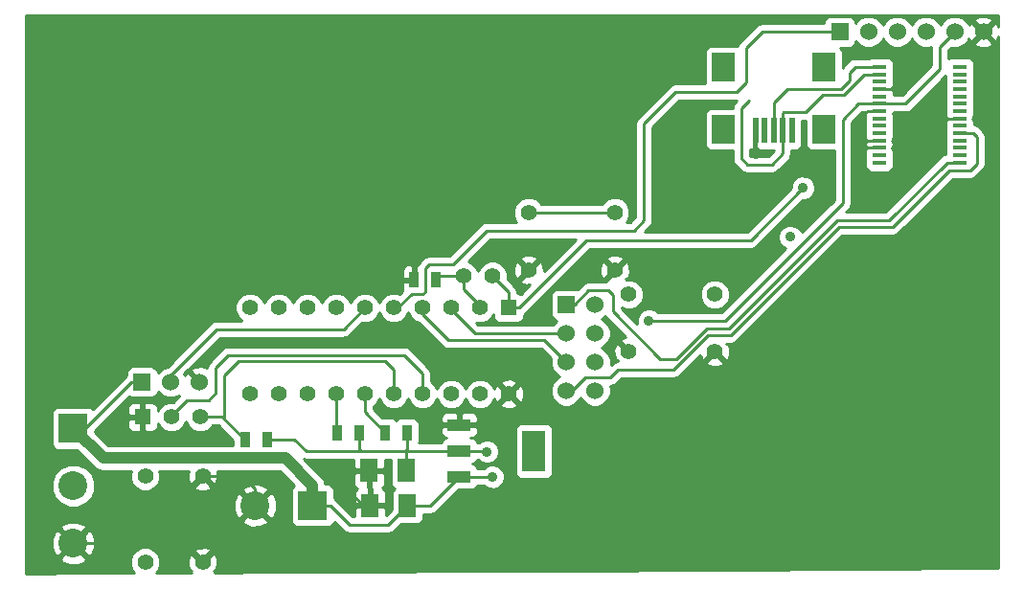
<source format=gtl>
G04 (created by PCBNEW (2013-jul-07)-stable) date Mon 11 Jan 2016 09:02:01 PM CET*
%MOIN*%
G04 Gerber Fmt 3.4, Leading zero omitted, Abs format*
%FSLAX34Y34*%
G01*
G70*
G90*
G04 APERTURE LIST*
%ADD10C,0.00590551*%
%ADD11R,0.0197X0.0906*%
%ADD12R,0.0787X0.0984*%
%ADD13R,0.05X0.016*%
%ADD14R,0.06X0.08*%
%ADD15R,0.035X0.055*%
%ADD16C,0.055*%
%ADD17R,0.06X0.06*%
%ADD18C,0.06*%
%ADD19R,0.1X0.1*%
%ADD20C,0.1*%
%ADD21R,0.08X0.144*%
%ADD22R,0.08X0.04*%
%ADD23R,0.055X0.055*%
%ADD24C,0.035*%
%ADD25C,0.01*%
%ADD26C,0.0393701*%
G04 APERTURE END LIST*
G54D10*
G54D11*
X45755Y-15218D03*
X45440Y-15218D03*
X45125Y-15218D03*
X44810Y-15218D03*
X44495Y-15218D03*
G54D12*
X46877Y-15179D03*
X46877Y-13014D03*
X43373Y-15179D03*
X43373Y-13014D03*
G54D13*
X51595Y-16340D03*
X51595Y-16090D03*
X51595Y-15830D03*
X51595Y-15570D03*
X51595Y-15320D03*
X51595Y-15060D03*
X51595Y-14800D03*
X51595Y-14550D03*
X51595Y-14290D03*
X51595Y-14040D03*
X51595Y-13780D03*
X51595Y-13520D03*
X51595Y-13270D03*
X51595Y-13010D03*
X48795Y-13010D03*
X48795Y-13270D03*
X48795Y-13510D03*
X48795Y-13780D03*
X48795Y-14040D03*
X48795Y-14290D03*
X48795Y-14550D03*
X48795Y-14800D03*
X48795Y-15060D03*
X48795Y-15320D03*
X48795Y-15570D03*
X48795Y-15830D03*
X48795Y-16090D03*
X48795Y-16340D03*
G54D14*
X32380Y-28280D03*
X31080Y-28280D03*
X32350Y-27065D03*
X31050Y-27065D03*
G54D15*
X27485Y-25970D03*
X26735Y-25970D03*
G54D16*
X35336Y-20286D03*
X34336Y-20286D03*
G54D17*
X37905Y-21285D03*
G54D18*
X38905Y-21285D03*
X37905Y-22285D03*
X38905Y-22285D03*
X37905Y-23285D03*
X38905Y-23285D03*
X37905Y-24285D03*
X38905Y-24285D03*
G54D17*
X23140Y-23980D03*
G54D18*
X24140Y-23980D03*
X25140Y-23980D03*
G54D17*
X47420Y-11795D03*
G54D18*
X48420Y-11795D03*
X49420Y-11795D03*
X50420Y-11795D03*
X51420Y-11795D03*
X52420Y-11795D03*
G54D19*
X20750Y-25590D03*
G54D20*
X20750Y-27590D03*
X20750Y-29590D03*
G54D19*
X29080Y-28280D03*
G54D20*
X27080Y-28280D03*
G54D21*
X36780Y-26375D03*
G54D22*
X34180Y-26375D03*
X34180Y-27275D03*
X34180Y-25475D03*
G54D15*
X31611Y-25739D03*
X32361Y-25739D03*
X30688Y-25753D03*
X29938Y-25753D03*
X33363Y-20418D03*
X32613Y-20418D03*
G54D23*
X23167Y-25193D03*
G54D16*
X24167Y-25193D03*
X25167Y-25193D03*
X23251Y-27254D03*
X25251Y-27254D03*
X23251Y-30254D03*
X25251Y-30254D03*
X43080Y-20930D03*
X43080Y-22930D03*
X40080Y-20930D03*
X40080Y-22930D03*
X39592Y-18076D03*
X39592Y-20076D03*
X36592Y-18076D03*
X36592Y-20076D03*
G54D23*
X35900Y-21395D03*
G54D16*
X34900Y-21395D03*
X33900Y-21395D03*
X32900Y-21395D03*
X31900Y-21395D03*
X30900Y-21395D03*
X29900Y-21395D03*
X28900Y-21395D03*
X27900Y-21395D03*
X26900Y-21395D03*
X26900Y-24395D03*
X27900Y-24395D03*
X28900Y-24395D03*
X29900Y-24395D03*
X30900Y-24395D03*
X31900Y-24395D03*
X32900Y-24395D03*
X33900Y-24395D03*
X34900Y-24395D03*
X35900Y-24395D03*
G54D24*
X45699Y-18928D03*
X35150Y-26405D03*
X46145Y-17225D03*
X35330Y-27275D03*
X40780Y-21850D03*
X30119Y-27554D03*
X49707Y-13509D03*
X50648Y-14804D03*
X31900Y-20380D03*
X44515Y-16055D03*
G54D25*
X35900Y-21395D02*
X36260Y-21395D01*
X44330Y-19040D02*
X46145Y-17225D01*
X38615Y-19040D02*
X44330Y-19040D01*
X36260Y-21395D02*
X38615Y-19040D01*
X34195Y-26390D02*
X34180Y-26375D01*
X35135Y-26390D02*
X34195Y-26390D01*
X35150Y-26405D02*
X35135Y-26390D01*
X35900Y-21395D02*
X35900Y-20850D01*
X35900Y-20850D02*
X35336Y-20286D01*
X30688Y-25753D02*
X30688Y-26288D01*
X30688Y-26288D02*
X30775Y-26375D01*
X32350Y-27065D02*
X32350Y-26340D01*
X32350Y-26340D02*
X32361Y-26329D01*
X32361Y-25739D02*
X32361Y-26329D01*
X32361Y-26329D02*
X32315Y-26375D01*
X27485Y-25970D02*
X28450Y-25970D01*
X28855Y-26375D02*
X30775Y-26375D01*
X30775Y-26375D02*
X32315Y-26375D01*
X32315Y-26375D02*
X34180Y-26375D01*
X28450Y-25970D02*
X28855Y-26375D01*
X29080Y-28280D02*
X29689Y-28280D01*
X31711Y-28949D02*
X32380Y-28280D01*
X30358Y-28949D02*
X31711Y-28949D01*
X29689Y-28280D02*
X30358Y-28949D01*
G54D26*
X29080Y-28280D02*
X29080Y-27590D01*
X21790Y-26630D02*
X20750Y-25590D01*
X28120Y-26630D02*
X21790Y-26630D01*
X29080Y-27590D02*
X28120Y-26630D01*
G54D25*
X20750Y-25590D02*
X21160Y-25590D01*
X22770Y-23980D02*
X23140Y-23980D01*
X21160Y-25590D02*
X22770Y-23980D01*
X48795Y-14290D02*
X48072Y-14290D01*
X35330Y-27275D02*
X34180Y-27275D01*
X43429Y-21850D02*
X40780Y-21850D01*
X47520Y-17759D02*
X43429Y-21850D01*
X47520Y-14842D02*
X47520Y-17759D01*
X48072Y-14290D02*
X47520Y-14842D01*
X48795Y-14290D02*
X49710Y-14290D01*
X50910Y-12305D02*
X51420Y-11795D01*
X50910Y-13090D02*
X50910Y-12305D01*
X49710Y-14290D02*
X50910Y-13090D01*
X32380Y-28280D02*
X33175Y-28280D01*
X33175Y-28280D02*
X34180Y-27275D01*
X31080Y-28280D02*
X30845Y-28280D01*
X30845Y-28280D02*
X30119Y-27554D01*
X48795Y-13780D02*
X49436Y-13780D01*
X49436Y-13780D02*
X49707Y-13509D01*
X51595Y-14800D02*
X50652Y-14800D01*
X50652Y-14800D02*
X50648Y-14804D01*
X48795Y-14550D02*
X48394Y-14550D01*
X48394Y-14550D02*
X48282Y-14662D01*
X48795Y-15830D02*
X48286Y-15830D01*
X48286Y-15830D02*
X48240Y-15876D01*
X48795Y-15570D02*
X48231Y-15570D01*
X48231Y-15570D02*
X48205Y-15596D01*
X20750Y-29590D02*
X24587Y-29590D01*
X24587Y-29590D02*
X25251Y-30254D01*
X25251Y-30254D02*
X25251Y-30109D01*
X25251Y-30109D02*
X27080Y-28280D01*
X25251Y-27254D02*
X26648Y-27254D01*
X27080Y-27686D02*
X27080Y-28280D01*
X26648Y-27254D02*
X27080Y-27686D01*
X32613Y-20418D02*
X31938Y-20418D01*
X31938Y-20418D02*
X31900Y-20380D01*
X44495Y-15218D02*
X44495Y-16035D01*
X44495Y-16035D02*
X44515Y-16055D01*
X37905Y-24285D02*
X38105Y-24285D01*
X52073Y-15320D02*
X51595Y-15320D01*
X52199Y-15446D02*
X52073Y-15320D01*
X52199Y-16370D02*
X52199Y-15446D01*
X51962Y-16607D02*
X52199Y-16370D01*
X51233Y-16607D02*
X51962Y-16607D01*
X49265Y-18575D02*
X51233Y-16607D01*
X47390Y-18575D02*
X49265Y-18575D01*
X43628Y-22337D02*
X47390Y-18575D01*
X42850Y-22337D02*
X43628Y-22337D01*
X41639Y-23548D02*
X42850Y-22337D01*
X39702Y-23548D02*
X41639Y-23548D01*
X39440Y-23810D02*
X39702Y-23548D01*
X38580Y-23810D02*
X39440Y-23810D01*
X38105Y-24285D02*
X38580Y-23810D01*
X40614Y-16709D02*
X40614Y-15004D01*
X40614Y-15004D02*
X40605Y-14995D01*
X36862Y-18700D02*
X40254Y-18700D01*
X40614Y-18340D02*
X40614Y-16709D01*
X40254Y-18700D02*
X40614Y-18340D01*
X31900Y-21395D02*
X32048Y-21395D01*
X32048Y-21395D02*
X32522Y-20921D01*
X32522Y-20921D02*
X32915Y-20921D01*
X32915Y-20921D02*
X33002Y-20834D01*
X33002Y-20834D02*
X33002Y-20021D01*
X33002Y-20021D02*
X33129Y-19894D01*
X33129Y-19894D02*
X33953Y-19894D01*
X33953Y-19894D02*
X35147Y-18700D01*
X35147Y-18700D02*
X36862Y-18700D01*
X40605Y-14995D02*
X41712Y-13888D01*
X41712Y-13888D02*
X43837Y-13888D01*
X43837Y-13888D02*
X44159Y-13566D01*
X44159Y-13566D02*
X44159Y-12362D01*
X44159Y-12362D02*
X44726Y-11795D01*
X44726Y-11795D02*
X47420Y-11795D01*
X24167Y-25193D02*
X24167Y-25144D01*
X32900Y-23690D02*
X32900Y-24395D01*
X32254Y-23044D02*
X32900Y-23690D01*
X26146Y-23044D02*
X32254Y-23044D01*
X25700Y-23490D02*
X26146Y-23044D01*
X25700Y-24358D02*
X25700Y-23490D01*
X25452Y-24606D02*
X25700Y-24358D01*
X24705Y-24606D02*
X25452Y-24606D01*
X24167Y-25144D02*
X24705Y-24606D01*
X36592Y-18076D02*
X39592Y-18076D01*
X45125Y-15218D02*
X45125Y-14235D01*
X47960Y-13010D02*
X48795Y-13010D01*
X47760Y-13210D02*
X47960Y-13010D01*
X47760Y-13480D02*
X47760Y-13210D01*
X47470Y-13770D02*
X47760Y-13480D01*
X45590Y-13770D02*
X47470Y-13770D01*
X45125Y-14235D02*
X45590Y-13770D01*
X26735Y-25970D02*
X26701Y-25970D01*
X26701Y-25970D02*
X25924Y-25193D01*
X25167Y-25193D02*
X25924Y-25193D01*
X25924Y-25193D02*
X25990Y-25259D01*
X31900Y-24395D02*
X31900Y-23550D01*
X25990Y-23760D02*
X25990Y-25259D01*
X26489Y-23260D02*
X25990Y-23760D01*
X31610Y-23260D02*
X26489Y-23260D01*
X31900Y-23550D02*
X31610Y-23260D01*
X29900Y-24395D02*
X29900Y-25715D01*
X29900Y-25715D02*
X29938Y-25753D01*
X30900Y-24395D02*
X30900Y-25028D01*
X30900Y-25028D02*
X31611Y-25739D01*
X32900Y-21395D02*
X32900Y-21620D01*
X37150Y-22530D02*
X37905Y-23285D01*
X33810Y-22530D02*
X37150Y-22530D01*
X32900Y-21620D02*
X33810Y-22530D01*
X34336Y-20286D02*
X33495Y-20286D01*
X33495Y-20286D02*
X33363Y-20418D01*
X34900Y-21395D02*
X34900Y-21300D01*
X34336Y-20736D02*
X34336Y-20286D01*
X34900Y-21300D02*
X34336Y-20736D01*
X24140Y-23980D02*
X24140Y-23740D01*
X30162Y-22133D02*
X30900Y-21395D01*
X25747Y-22133D02*
X30162Y-22133D01*
X24140Y-23740D02*
X25747Y-22133D01*
X37905Y-21285D02*
X38187Y-21285D01*
X51156Y-16340D02*
X51595Y-16340D01*
X49137Y-18358D02*
X51156Y-16340D01*
X47323Y-18358D02*
X49137Y-18358D01*
X43563Y-22119D02*
X47323Y-18358D01*
X42785Y-22119D02*
X43563Y-22119D01*
X41734Y-23170D02*
X42785Y-22119D01*
X41167Y-23170D02*
X41734Y-23170D01*
X39529Y-21532D02*
X41167Y-23170D01*
X39529Y-20965D02*
X39529Y-21532D01*
X39362Y-20798D02*
X39529Y-20965D01*
X38674Y-20798D02*
X39362Y-20798D01*
X38187Y-21285D02*
X38674Y-20798D01*
X33900Y-21395D02*
X33900Y-21460D01*
X34725Y-22285D02*
X37905Y-22285D01*
X33900Y-21460D02*
X34725Y-22285D01*
X45440Y-15218D02*
X45440Y-16030D01*
X43988Y-14466D02*
X44259Y-14195D01*
X43988Y-16199D02*
X43988Y-14466D01*
X44191Y-16402D02*
X43988Y-16199D01*
X45068Y-16402D02*
X44191Y-16402D01*
X45440Y-16030D02*
X45068Y-16402D01*
X45440Y-15218D02*
X45440Y-14604D01*
X48254Y-13270D02*
X48795Y-13270D01*
X47553Y-13970D02*
X48254Y-13270D01*
X46842Y-13970D02*
X47553Y-13970D01*
X46238Y-14575D02*
X46842Y-13970D01*
X45469Y-14575D02*
X46238Y-14575D01*
X45440Y-14604D02*
X45469Y-14575D01*
G54D10*
G36*
X26309Y-26183D02*
X23117Y-26183D01*
X23117Y-25655D01*
X23117Y-25243D01*
X23117Y-25143D01*
X23117Y-24730D01*
X23054Y-24668D01*
X22842Y-24667D01*
X22750Y-24705D01*
X22680Y-24776D01*
X22642Y-24868D01*
X22641Y-24967D01*
X22642Y-25080D01*
X22704Y-25143D01*
X23117Y-25143D01*
X23117Y-25243D01*
X22704Y-25243D01*
X22642Y-25305D01*
X22641Y-25418D01*
X22642Y-25517D01*
X22680Y-25609D01*
X22750Y-25680D01*
X22842Y-25718D01*
X23054Y-25718D01*
X23117Y-25655D01*
X23117Y-26183D01*
X21975Y-26183D01*
X21500Y-25708D01*
X21500Y-25674D01*
X22690Y-24483D01*
X22698Y-24491D01*
X22790Y-24529D01*
X22889Y-24530D01*
X23489Y-24530D01*
X23581Y-24492D01*
X23651Y-24421D01*
X23689Y-24329D01*
X23689Y-24307D01*
X23828Y-24445D01*
X24030Y-24529D01*
X24248Y-24530D01*
X24432Y-24454D01*
X24218Y-24668D01*
X24063Y-24667D01*
X23870Y-24747D01*
X23722Y-24895D01*
X23692Y-24967D01*
X23692Y-24967D01*
X23691Y-24868D01*
X23653Y-24776D01*
X23583Y-24705D01*
X23491Y-24667D01*
X23279Y-24668D01*
X23217Y-24730D01*
X23217Y-25143D01*
X23224Y-25143D01*
X23224Y-25243D01*
X23217Y-25243D01*
X23217Y-25655D01*
X23279Y-25718D01*
X23491Y-25718D01*
X23583Y-25680D01*
X23653Y-25609D01*
X23691Y-25517D01*
X23692Y-25418D01*
X23692Y-25418D01*
X23721Y-25490D01*
X23869Y-25637D01*
X24062Y-25717D01*
X24270Y-25718D01*
X24464Y-25638D01*
X24611Y-25490D01*
X24667Y-25357D01*
X24721Y-25490D01*
X24869Y-25637D01*
X25062Y-25717D01*
X25270Y-25718D01*
X25464Y-25638D01*
X25609Y-25493D01*
X25799Y-25493D01*
X26309Y-26003D01*
X26309Y-26183D01*
X26309Y-26183D01*
G37*
G54D25*
X26309Y-26183D02*
X23117Y-26183D01*
X23117Y-25655D01*
X23117Y-25243D01*
X23117Y-25143D01*
X23117Y-24730D01*
X23054Y-24668D01*
X22842Y-24667D01*
X22750Y-24705D01*
X22680Y-24776D01*
X22642Y-24868D01*
X22641Y-24967D01*
X22642Y-25080D01*
X22704Y-25143D01*
X23117Y-25143D01*
X23117Y-25243D01*
X22704Y-25243D01*
X22642Y-25305D01*
X22641Y-25418D01*
X22642Y-25517D01*
X22680Y-25609D01*
X22750Y-25680D01*
X22842Y-25718D01*
X23054Y-25718D01*
X23117Y-25655D01*
X23117Y-26183D01*
X21975Y-26183D01*
X21500Y-25708D01*
X21500Y-25674D01*
X22690Y-24483D01*
X22698Y-24491D01*
X22790Y-24529D01*
X22889Y-24530D01*
X23489Y-24530D01*
X23581Y-24492D01*
X23651Y-24421D01*
X23689Y-24329D01*
X23689Y-24307D01*
X23828Y-24445D01*
X24030Y-24529D01*
X24248Y-24530D01*
X24432Y-24454D01*
X24218Y-24668D01*
X24063Y-24667D01*
X23870Y-24747D01*
X23722Y-24895D01*
X23692Y-24967D01*
X23692Y-24967D01*
X23691Y-24868D01*
X23653Y-24776D01*
X23583Y-24705D01*
X23491Y-24667D01*
X23279Y-24668D01*
X23217Y-24730D01*
X23217Y-25143D01*
X23224Y-25143D01*
X23224Y-25243D01*
X23217Y-25243D01*
X23217Y-25655D01*
X23279Y-25718D01*
X23491Y-25718D01*
X23583Y-25680D01*
X23653Y-25609D01*
X23691Y-25517D01*
X23692Y-25418D01*
X23692Y-25418D01*
X23721Y-25490D01*
X23869Y-25637D01*
X24062Y-25717D01*
X24270Y-25718D01*
X24464Y-25638D01*
X24611Y-25490D01*
X24667Y-25357D01*
X24721Y-25490D01*
X24869Y-25637D01*
X25062Y-25717D01*
X25270Y-25718D01*
X25464Y-25638D01*
X25609Y-25493D01*
X25799Y-25493D01*
X26309Y-26003D01*
X26309Y-26183D01*
G54D10*
G36*
X31923Y-27683D02*
X31868Y-27738D01*
X31830Y-27830D01*
X31829Y-27929D01*
X31829Y-28405D01*
X31630Y-28605D01*
X31630Y-27929D01*
X31629Y-27830D01*
X31591Y-27738D01*
X31521Y-27667D01*
X31506Y-27661D01*
X31561Y-27606D01*
X31599Y-27514D01*
X31600Y-27415D01*
X31600Y-27177D01*
X31537Y-27115D01*
X31100Y-27115D01*
X31100Y-27652D01*
X31135Y-27687D01*
X31130Y-27692D01*
X31130Y-28230D01*
X31567Y-28230D01*
X31630Y-28167D01*
X31630Y-27929D01*
X31630Y-28605D01*
X31630Y-28605D01*
X31630Y-28392D01*
X31567Y-28330D01*
X31130Y-28330D01*
X31130Y-28337D01*
X31030Y-28337D01*
X31030Y-28330D01*
X31030Y-28230D01*
X31030Y-27692D01*
X30995Y-27657D01*
X31000Y-27652D01*
X31000Y-27115D01*
X30562Y-27115D01*
X30500Y-27177D01*
X30499Y-27415D01*
X30500Y-27514D01*
X30538Y-27606D01*
X30608Y-27677D01*
X30623Y-27683D01*
X30568Y-27738D01*
X30530Y-27830D01*
X30529Y-27929D01*
X30530Y-28167D01*
X30592Y-28230D01*
X31030Y-28230D01*
X31030Y-28330D01*
X30592Y-28330D01*
X30530Y-28392D01*
X30529Y-28630D01*
X30529Y-28649D01*
X30482Y-28649D01*
X29901Y-28067D01*
X29830Y-28020D01*
X29830Y-28020D01*
X29830Y-27730D01*
X29792Y-27638D01*
X29721Y-27568D01*
X29629Y-27530D01*
X29530Y-27529D01*
X29514Y-27529D01*
X29492Y-27418D01*
X29395Y-27274D01*
X28782Y-26660D01*
X28855Y-26675D01*
X30499Y-26675D01*
X30499Y-26714D01*
X30500Y-26952D01*
X30562Y-27015D01*
X31000Y-27015D01*
X31000Y-27007D01*
X31100Y-27007D01*
X31100Y-27015D01*
X31537Y-27015D01*
X31600Y-26952D01*
X31600Y-26714D01*
X31600Y-26675D01*
X31799Y-26675D01*
X31799Y-26714D01*
X31799Y-27514D01*
X31837Y-27606D01*
X31908Y-27676D01*
X31923Y-27683D01*
X31923Y-27683D01*
G37*
G54D25*
X31923Y-27683D02*
X31868Y-27738D01*
X31830Y-27830D01*
X31829Y-27929D01*
X31829Y-28405D01*
X31630Y-28605D01*
X31630Y-27929D01*
X31629Y-27830D01*
X31591Y-27738D01*
X31521Y-27667D01*
X31506Y-27661D01*
X31561Y-27606D01*
X31599Y-27514D01*
X31600Y-27415D01*
X31600Y-27177D01*
X31537Y-27115D01*
X31100Y-27115D01*
X31100Y-27652D01*
X31135Y-27687D01*
X31130Y-27692D01*
X31130Y-28230D01*
X31567Y-28230D01*
X31630Y-28167D01*
X31630Y-27929D01*
X31630Y-28605D01*
X31630Y-28605D01*
X31630Y-28392D01*
X31567Y-28330D01*
X31130Y-28330D01*
X31130Y-28337D01*
X31030Y-28337D01*
X31030Y-28330D01*
X31030Y-28230D01*
X31030Y-27692D01*
X30995Y-27657D01*
X31000Y-27652D01*
X31000Y-27115D01*
X30562Y-27115D01*
X30500Y-27177D01*
X30499Y-27415D01*
X30500Y-27514D01*
X30538Y-27606D01*
X30608Y-27677D01*
X30623Y-27683D01*
X30568Y-27738D01*
X30530Y-27830D01*
X30529Y-27929D01*
X30530Y-28167D01*
X30592Y-28230D01*
X31030Y-28230D01*
X31030Y-28330D01*
X30592Y-28330D01*
X30530Y-28392D01*
X30529Y-28630D01*
X30529Y-28649D01*
X30482Y-28649D01*
X29901Y-28067D01*
X29830Y-28020D01*
X29830Y-28020D01*
X29830Y-27730D01*
X29792Y-27638D01*
X29721Y-27568D01*
X29629Y-27530D01*
X29530Y-27529D01*
X29514Y-27529D01*
X29492Y-27418D01*
X29395Y-27274D01*
X28782Y-26660D01*
X28855Y-26675D01*
X30499Y-26675D01*
X30499Y-26714D01*
X30500Y-26952D01*
X30562Y-27015D01*
X31000Y-27015D01*
X31000Y-27007D01*
X31100Y-27007D01*
X31100Y-27015D01*
X31537Y-27015D01*
X31600Y-26952D01*
X31600Y-26714D01*
X31600Y-26675D01*
X31799Y-26675D01*
X31799Y-26714D01*
X31799Y-27514D01*
X31837Y-27606D01*
X31908Y-27676D01*
X31923Y-27683D01*
G54D10*
G36*
X38230Y-19000D02*
X37119Y-20111D01*
X37110Y-19943D01*
X37052Y-19803D01*
X36959Y-19778D01*
X36889Y-19849D01*
X36889Y-19708D01*
X36864Y-19615D01*
X36667Y-19546D01*
X36459Y-19557D01*
X36319Y-19615D01*
X36294Y-19708D01*
X36592Y-20005D01*
X36889Y-19708D01*
X36889Y-19849D01*
X36662Y-20076D01*
X36668Y-20081D01*
X36597Y-20152D01*
X36592Y-20146D01*
X36521Y-20217D01*
X36521Y-20076D01*
X36224Y-19778D01*
X36131Y-19803D01*
X36062Y-20000D01*
X36073Y-20208D01*
X36131Y-20348D01*
X36224Y-20373D01*
X36521Y-20076D01*
X36521Y-20217D01*
X36294Y-20443D01*
X36319Y-20536D01*
X36516Y-20605D01*
X36631Y-20599D01*
X36319Y-20911D01*
X36316Y-20908D01*
X36224Y-20870D01*
X36200Y-20870D01*
X36200Y-20850D01*
X36199Y-20849D01*
X36177Y-20735D01*
X36112Y-20637D01*
X36112Y-20637D01*
X35860Y-20386D01*
X35861Y-20182D01*
X35781Y-19989D01*
X35633Y-19841D01*
X35440Y-19761D01*
X35232Y-19760D01*
X35039Y-19840D01*
X34891Y-19988D01*
X34835Y-20121D01*
X34781Y-19989D01*
X34633Y-19841D01*
X34489Y-19781D01*
X35271Y-19000D01*
X36862Y-19000D01*
X38230Y-19000D01*
X38230Y-19000D01*
G37*
G54D25*
X38230Y-19000D02*
X37119Y-20111D01*
X37110Y-19943D01*
X37052Y-19803D01*
X36959Y-19778D01*
X36889Y-19849D01*
X36889Y-19708D01*
X36864Y-19615D01*
X36667Y-19546D01*
X36459Y-19557D01*
X36319Y-19615D01*
X36294Y-19708D01*
X36592Y-20005D01*
X36889Y-19708D01*
X36889Y-19849D01*
X36662Y-20076D01*
X36668Y-20081D01*
X36597Y-20152D01*
X36592Y-20146D01*
X36521Y-20217D01*
X36521Y-20076D01*
X36224Y-19778D01*
X36131Y-19803D01*
X36062Y-20000D01*
X36073Y-20208D01*
X36131Y-20348D01*
X36224Y-20373D01*
X36521Y-20076D01*
X36521Y-20217D01*
X36294Y-20443D01*
X36319Y-20536D01*
X36516Y-20605D01*
X36631Y-20599D01*
X36319Y-20911D01*
X36316Y-20908D01*
X36224Y-20870D01*
X36200Y-20870D01*
X36200Y-20850D01*
X36199Y-20849D01*
X36177Y-20735D01*
X36112Y-20637D01*
X36112Y-20637D01*
X35860Y-20386D01*
X35861Y-20182D01*
X35781Y-19989D01*
X35633Y-19841D01*
X35440Y-19761D01*
X35232Y-19760D01*
X35039Y-19840D01*
X34891Y-19988D01*
X34835Y-20121D01*
X34781Y-19989D01*
X34633Y-19841D01*
X34489Y-19781D01*
X35271Y-19000D01*
X36862Y-19000D01*
X38230Y-19000D01*
G54D10*
G36*
X40156Y-22935D02*
X40085Y-23006D01*
X40080Y-23000D01*
X40074Y-23006D01*
X40009Y-22941D01*
X40003Y-22935D01*
X40009Y-22930D01*
X39712Y-22632D01*
X39619Y-22657D01*
X39550Y-22854D01*
X39561Y-23062D01*
X39619Y-23202D01*
X39712Y-23227D01*
X39688Y-23250D01*
X39587Y-23270D01*
X39489Y-23335D01*
X39454Y-23370D01*
X39455Y-23176D01*
X39371Y-22973D01*
X39216Y-22819D01*
X39135Y-22785D01*
X39216Y-22751D01*
X39370Y-22596D01*
X39454Y-22394D01*
X39455Y-22176D01*
X39371Y-21973D01*
X39216Y-21819D01*
X39135Y-21785D01*
X39216Y-21751D01*
X39279Y-21688D01*
X39316Y-21744D01*
X39982Y-22409D01*
X39947Y-22411D01*
X39807Y-22469D01*
X39782Y-22562D01*
X40080Y-22859D01*
X40085Y-22853D01*
X40156Y-22924D01*
X40150Y-22930D01*
X40156Y-22935D01*
X40156Y-22935D01*
G37*
G54D25*
X40156Y-22935D02*
X40085Y-23006D01*
X40080Y-23000D01*
X40074Y-23006D01*
X40009Y-22941D01*
X40003Y-22935D01*
X40009Y-22930D01*
X39712Y-22632D01*
X39619Y-22657D01*
X39550Y-22854D01*
X39561Y-23062D01*
X39619Y-23202D01*
X39712Y-23227D01*
X39688Y-23250D01*
X39587Y-23270D01*
X39489Y-23335D01*
X39454Y-23370D01*
X39455Y-23176D01*
X39371Y-22973D01*
X39216Y-22819D01*
X39135Y-22785D01*
X39216Y-22751D01*
X39370Y-22596D01*
X39454Y-22394D01*
X39455Y-22176D01*
X39371Y-21973D01*
X39216Y-21819D01*
X39135Y-21785D01*
X39216Y-21751D01*
X39279Y-21688D01*
X39316Y-21744D01*
X39982Y-22409D01*
X39947Y-22411D01*
X39807Y-22469D01*
X39782Y-22562D01*
X40080Y-22859D01*
X40085Y-22853D01*
X40156Y-22924D01*
X40150Y-22930D01*
X40156Y-22935D01*
G54D10*
G36*
X45124Y-15921D02*
X44943Y-16102D01*
X44315Y-16102D01*
X44288Y-16074D01*
X44288Y-15896D01*
X44346Y-15920D01*
X44383Y-15920D01*
X44445Y-15858D01*
X44445Y-15268D01*
X44437Y-15268D01*
X44437Y-15168D01*
X44445Y-15168D01*
X44445Y-15160D01*
X44461Y-15160D01*
X44461Y-15720D01*
X44499Y-15812D01*
X44544Y-15857D01*
X44544Y-15858D01*
X44606Y-15920D01*
X44643Y-15920D01*
X44652Y-15917D01*
X44661Y-15920D01*
X44761Y-15921D01*
X44958Y-15921D01*
X44967Y-15917D01*
X44976Y-15920D01*
X45076Y-15921D01*
X45124Y-15921D01*
X45124Y-15921D01*
G37*
G54D25*
X45124Y-15921D02*
X44943Y-16102D01*
X44315Y-16102D01*
X44288Y-16074D01*
X44288Y-15896D01*
X44346Y-15920D01*
X44383Y-15920D01*
X44445Y-15858D01*
X44445Y-15268D01*
X44437Y-15268D01*
X44437Y-15168D01*
X44445Y-15168D01*
X44445Y-15160D01*
X44461Y-15160D01*
X44461Y-15720D01*
X44499Y-15812D01*
X44544Y-15857D01*
X44544Y-15858D01*
X44606Y-15920D01*
X44643Y-15920D01*
X44652Y-15917D01*
X44661Y-15920D01*
X44761Y-15921D01*
X44958Y-15921D01*
X44967Y-15917D01*
X44976Y-15920D01*
X45076Y-15921D01*
X45124Y-15921D01*
G54D10*
G36*
X47220Y-17634D02*
X46091Y-18763D01*
X46059Y-18687D01*
X45940Y-18567D01*
X45783Y-18503D01*
X45614Y-18502D01*
X45458Y-18567D01*
X45338Y-18686D01*
X45274Y-18843D01*
X45273Y-19012D01*
X45338Y-19168D01*
X45457Y-19288D01*
X45534Y-19320D01*
X43605Y-21249D01*
X43605Y-20826D01*
X43525Y-20633D01*
X43377Y-20485D01*
X43184Y-20405D01*
X42976Y-20404D01*
X42783Y-20484D01*
X42635Y-20632D01*
X42555Y-20825D01*
X42554Y-21033D01*
X42634Y-21227D01*
X42782Y-21374D01*
X42975Y-21454D01*
X43183Y-21455D01*
X43377Y-21375D01*
X43524Y-21227D01*
X43604Y-21034D01*
X43605Y-20826D01*
X43605Y-21249D01*
X43304Y-21550D01*
X41081Y-21550D01*
X41021Y-21489D01*
X40864Y-21425D01*
X40695Y-21424D01*
X40539Y-21489D01*
X40419Y-21608D01*
X40355Y-21765D01*
X40354Y-21933D01*
X39829Y-21407D01*
X39829Y-21394D01*
X39975Y-21454D01*
X40183Y-21455D01*
X40377Y-21375D01*
X40524Y-21227D01*
X40604Y-21034D01*
X40605Y-20826D01*
X40525Y-20633D01*
X40377Y-20485D01*
X40184Y-20405D01*
X40121Y-20405D01*
X39991Y-20404D01*
X39959Y-20373D01*
X40052Y-20348D01*
X40121Y-20151D01*
X40110Y-19943D01*
X40052Y-19803D01*
X39959Y-19778D01*
X39889Y-19849D01*
X39889Y-19708D01*
X39864Y-19615D01*
X39667Y-19546D01*
X39459Y-19557D01*
X39319Y-19615D01*
X39294Y-19708D01*
X39592Y-20005D01*
X39889Y-19708D01*
X39889Y-19849D01*
X39662Y-20076D01*
X39668Y-20081D01*
X39597Y-20152D01*
X39592Y-20146D01*
X39521Y-20217D01*
X39521Y-20076D01*
X39224Y-19778D01*
X39131Y-19803D01*
X39062Y-20000D01*
X39073Y-20208D01*
X39131Y-20348D01*
X39224Y-20373D01*
X39521Y-20076D01*
X39521Y-20217D01*
X39294Y-20443D01*
X39309Y-20498D01*
X38674Y-20498D01*
X38559Y-20520D01*
X38461Y-20585D01*
X38295Y-20751D01*
X38254Y-20735D01*
X38155Y-20734D01*
X37555Y-20734D01*
X37463Y-20772D01*
X37393Y-20843D01*
X37355Y-20935D01*
X37354Y-21034D01*
X37354Y-21634D01*
X37392Y-21726D01*
X37463Y-21796D01*
X37555Y-21834D01*
X37577Y-21834D01*
X37439Y-21973D01*
X37434Y-21985D01*
X34849Y-21985D01*
X34776Y-21912D01*
X34795Y-21919D01*
X35003Y-21920D01*
X35197Y-21840D01*
X35344Y-21692D01*
X35374Y-21620D01*
X35374Y-21719D01*
X35412Y-21811D01*
X35483Y-21881D01*
X35575Y-21919D01*
X35674Y-21920D01*
X36224Y-21920D01*
X36316Y-21882D01*
X36386Y-21811D01*
X36424Y-21719D01*
X36425Y-21638D01*
X36472Y-21607D01*
X38739Y-19340D01*
X44330Y-19340D01*
X44330Y-19339D01*
X44444Y-19317D01*
X44444Y-19317D01*
X44542Y-19252D01*
X46144Y-17649D01*
X46229Y-17650D01*
X46385Y-17585D01*
X46505Y-17466D01*
X46569Y-17309D01*
X46570Y-17140D01*
X46505Y-16984D01*
X46386Y-16864D01*
X46229Y-16800D01*
X46060Y-16799D01*
X45904Y-16864D01*
X45784Y-16983D01*
X45720Y-17140D01*
X45719Y-17225D01*
X44205Y-18740D01*
X40638Y-18740D01*
X40826Y-18552D01*
X40826Y-18552D01*
X40891Y-18454D01*
X40913Y-18340D01*
X40914Y-18340D01*
X40914Y-16709D01*
X40914Y-15110D01*
X41836Y-14188D01*
X43832Y-14188D01*
X43831Y-14197D01*
X43775Y-14253D01*
X43710Y-14351D01*
X43693Y-14436D01*
X42929Y-14436D01*
X42838Y-14474D01*
X42767Y-14545D01*
X42729Y-14637D01*
X42729Y-14736D01*
X42729Y-15720D01*
X42767Y-15812D01*
X42837Y-15882D01*
X42929Y-15920D01*
X43029Y-15921D01*
X43688Y-15921D01*
X43688Y-16199D01*
X43710Y-16313D01*
X43775Y-16411D01*
X43978Y-16614D01*
X43978Y-16614D01*
X44076Y-16679D01*
X44190Y-16701D01*
X44191Y-16702D01*
X45068Y-16702D01*
X45068Y-16701D01*
X45182Y-16679D01*
X45182Y-16679D01*
X45280Y-16614D01*
X45652Y-16242D01*
X45717Y-16144D01*
X45739Y-16030D01*
X45740Y-16030D01*
X45740Y-15921D01*
X45903Y-15921D01*
X45994Y-15883D01*
X46065Y-15812D01*
X46103Y-15720D01*
X46103Y-15621D01*
X46103Y-14875D01*
X46233Y-14875D01*
X46233Y-15720D01*
X46271Y-15812D01*
X46341Y-15882D01*
X46433Y-15920D01*
X46533Y-15921D01*
X47220Y-15921D01*
X47220Y-17634D01*
X47220Y-17634D01*
G37*
G54D25*
X47220Y-17634D02*
X46091Y-18763D01*
X46059Y-18687D01*
X45940Y-18567D01*
X45783Y-18503D01*
X45614Y-18502D01*
X45458Y-18567D01*
X45338Y-18686D01*
X45274Y-18843D01*
X45273Y-19012D01*
X45338Y-19168D01*
X45457Y-19288D01*
X45534Y-19320D01*
X43605Y-21249D01*
X43605Y-20826D01*
X43525Y-20633D01*
X43377Y-20485D01*
X43184Y-20405D01*
X42976Y-20404D01*
X42783Y-20484D01*
X42635Y-20632D01*
X42555Y-20825D01*
X42554Y-21033D01*
X42634Y-21227D01*
X42782Y-21374D01*
X42975Y-21454D01*
X43183Y-21455D01*
X43377Y-21375D01*
X43524Y-21227D01*
X43604Y-21034D01*
X43605Y-20826D01*
X43605Y-21249D01*
X43304Y-21550D01*
X41081Y-21550D01*
X41021Y-21489D01*
X40864Y-21425D01*
X40695Y-21424D01*
X40539Y-21489D01*
X40419Y-21608D01*
X40355Y-21765D01*
X40354Y-21933D01*
X39829Y-21407D01*
X39829Y-21394D01*
X39975Y-21454D01*
X40183Y-21455D01*
X40377Y-21375D01*
X40524Y-21227D01*
X40604Y-21034D01*
X40605Y-20826D01*
X40525Y-20633D01*
X40377Y-20485D01*
X40184Y-20405D01*
X40121Y-20405D01*
X39991Y-20404D01*
X39959Y-20373D01*
X40052Y-20348D01*
X40121Y-20151D01*
X40110Y-19943D01*
X40052Y-19803D01*
X39959Y-19778D01*
X39889Y-19849D01*
X39889Y-19708D01*
X39864Y-19615D01*
X39667Y-19546D01*
X39459Y-19557D01*
X39319Y-19615D01*
X39294Y-19708D01*
X39592Y-20005D01*
X39889Y-19708D01*
X39889Y-19849D01*
X39662Y-20076D01*
X39668Y-20081D01*
X39597Y-20152D01*
X39592Y-20146D01*
X39521Y-20217D01*
X39521Y-20076D01*
X39224Y-19778D01*
X39131Y-19803D01*
X39062Y-20000D01*
X39073Y-20208D01*
X39131Y-20348D01*
X39224Y-20373D01*
X39521Y-20076D01*
X39521Y-20217D01*
X39294Y-20443D01*
X39309Y-20498D01*
X38674Y-20498D01*
X38559Y-20520D01*
X38461Y-20585D01*
X38295Y-20751D01*
X38254Y-20735D01*
X38155Y-20734D01*
X37555Y-20734D01*
X37463Y-20772D01*
X37393Y-20843D01*
X37355Y-20935D01*
X37354Y-21034D01*
X37354Y-21634D01*
X37392Y-21726D01*
X37463Y-21796D01*
X37555Y-21834D01*
X37577Y-21834D01*
X37439Y-21973D01*
X37434Y-21985D01*
X34849Y-21985D01*
X34776Y-21912D01*
X34795Y-21919D01*
X35003Y-21920D01*
X35197Y-21840D01*
X35344Y-21692D01*
X35374Y-21620D01*
X35374Y-21719D01*
X35412Y-21811D01*
X35483Y-21881D01*
X35575Y-21919D01*
X35674Y-21920D01*
X36224Y-21920D01*
X36316Y-21882D01*
X36386Y-21811D01*
X36424Y-21719D01*
X36425Y-21638D01*
X36472Y-21607D01*
X38739Y-19340D01*
X44330Y-19340D01*
X44330Y-19339D01*
X44444Y-19317D01*
X44444Y-19317D01*
X44542Y-19252D01*
X46144Y-17649D01*
X46229Y-17650D01*
X46385Y-17585D01*
X46505Y-17466D01*
X46569Y-17309D01*
X46570Y-17140D01*
X46505Y-16984D01*
X46386Y-16864D01*
X46229Y-16800D01*
X46060Y-16799D01*
X45904Y-16864D01*
X45784Y-16983D01*
X45720Y-17140D01*
X45719Y-17225D01*
X44205Y-18740D01*
X40638Y-18740D01*
X40826Y-18552D01*
X40826Y-18552D01*
X40891Y-18454D01*
X40913Y-18340D01*
X40914Y-18340D01*
X40914Y-16709D01*
X40914Y-15110D01*
X41836Y-14188D01*
X43832Y-14188D01*
X43831Y-14197D01*
X43775Y-14253D01*
X43710Y-14351D01*
X43693Y-14436D01*
X42929Y-14436D01*
X42838Y-14474D01*
X42767Y-14545D01*
X42729Y-14637D01*
X42729Y-14736D01*
X42729Y-15720D01*
X42767Y-15812D01*
X42837Y-15882D01*
X42929Y-15920D01*
X43029Y-15921D01*
X43688Y-15921D01*
X43688Y-16199D01*
X43710Y-16313D01*
X43775Y-16411D01*
X43978Y-16614D01*
X43978Y-16614D01*
X44076Y-16679D01*
X44190Y-16701D01*
X44191Y-16702D01*
X45068Y-16702D01*
X45068Y-16701D01*
X45182Y-16679D01*
X45182Y-16679D01*
X45280Y-16614D01*
X45652Y-16242D01*
X45717Y-16144D01*
X45739Y-16030D01*
X45740Y-16030D01*
X45740Y-15921D01*
X45903Y-15921D01*
X45994Y-15883D01*
X46065Y-15812D01*
X46103Y-15720D01*
X46103Y-15621D01*
X46103Y-14875D01*
X46233Y-14875D01*
X46233Y-15720D01*
X46271Y-15812D01*
X46341Y-15882D01*
X46433Y-15920D01*
X46533Y-15921D01*
X47220Y-15921D01*
X47220Y-17634D01*
G54D10*
G36*
X50610Y-12965D02*
X49585Y-13990D01*
X49295Y-13990D01*
X49295Y-13910D01*
X49294Y-13910D01*
X49295Y-13909D01*
X49295Y-13882D01*
X49275Y-13862D01*
X49257Y-13818D01*
X49213Y-13774D01*
X49256Y-13731D01*
X49268Y-13704D01*
X49295Y-13677D01*
X49295Y-13650D01*
X49292Y-13645D01*
X49294Y-13639D01*
X49295Y-13540D01*
X49295Y-13380D01*
X49294Y-13380D01*
X49295Y-13300D01*
X49295Y-13140D01*
X49294Y-13140D01*
X49294Y-13139D01*
X49295Y-13040D01*
X49295Y-12880D01*
X49257Y-12788D01*
X49186Y-12718D01*
X49094Y-12680D01*
X48995Y-12679D01*
X48495Y-12679D01*
X48422Y-12710D01*
X47960Y-12710D01*
X47845Y-12732D01*
X47747Y-12797D01*
X47547Y-12997D01*
X47520Y-13038D01*
X47520Y-12472D01*
X47482Y-12380D01*
X47447Y-12345D01*
X47769Y-12345D01*
X47861Y-12307D01*
X47931Y-12236D01*
X47969Y-12144D01*
X47969Y-12122D01*
X48108Y-12260D01*
X48310Y-12344D01*
X48528Y-12345D01*
X48731Y-12261D01*
X48885Y-12106D01*
X48919Y-12025D01*
X48953Y-12106D01*
X49108Y-12260D01*
X49310Y-12344D01*
X49528Y-12345D01*
X49731Y-12261D01*
X49885Y-12106D01*
X49919Y-12025D01*
X49953Y-12106D01*
X50108Y-12260D01*
X50310Y-12344D01*
X50528Y-12345D01*
X50610Y-12311D01*
X50610Y-12965D01*
X50610Y-12965D01*
G37*
G54D25*
X50610Y-12965D02*
X49585Y-13990D01*
X49295Y-13990D01*
X49295Y-13910D01*
X49294Y-13910D01*
X49295Y-13909D01*
X49295Y-13882D01*
X49275Y-13862D01*
X49257Y-13818D01*
X49213Y-13774D01*
X49256Y-13731D01*
X49268Y-13704D01*
X49295Y-13677D01*
X49295Y-13650D01*
X49292Y-13645D01*
X49294Y-13639D01*
X49295Y-13540D01*
X49295Y-13380D01*
X49294Y-13380D01*
X49295Y-13300D01*
X49295Y-13140D01*
X49294Y-13140D01*
X49294Y-13139D01*
X49295Y-13040D01*
X49295Y-12880D01*
X49257Y-12788D01*
X49186Y-12718D01*
X49094Y-12680D01*
X48995Y-12679D01*
X48495Y-12679D01*
X48422Y-12710D01*
X47960Y-12710D01*
X47845Y-12732D01*
X47747Y-12797D01*
X47547Y-12997D01*
X47520Y-13038D01*
X47520Y-12472D01*
X47482Y-12380D01*
X47447Y-12345D01*
X47769Y-12345D01*
X47861Y-12307D01*
X47931Y-12236D01*
X47969Y-12144D01*
X47969Y-12122D01*
X48108Y-12260D01*
X48310Y-12344D01*
X48528Y-12345D01*
X48731Y-12261D01*
X48885Y-12106D01*
X48919Y-12025D01*
X48953Y-12106D01*
X49108Y-12260D01*
X49310Y-12344D01*
X49528Y-12345D01*
X49731Y-12261D01*
X49885Y-12106D01*
X49919Y-12025D01*
X49953Y-12106D01*
X50108Y-12260D01*
X50310Y-12344D01*
X50528Y-12345D01*
X50610Y-12311D01*
X50610Y-12965D01*
G54D10*
G36*
X51166Y-14804D02*
X51133Y-14838D01*
X51114Y-14882D01*
X51095Y-14902D01*
X51094Y-14929D01*
X51095Y-14929D01*
X51095Y-14930D01*
X51094Y-15029D01*
X51094Y-15189D01*
X51095Y-15189D01*
X51095Y-15190D01*
X51094Y-15289D01*
X51094Y-15449D01*
X51095Y-15449D01*
X51094Y-15539D01*
X51094Y-15699D01*
X51095Y-15699D01*
X51095Y-15700D01*
X51094Y-15799D01*
X51094Y-15959D01*
X51095Y-15959D01*
X51095Y-15960D01*
X51094Y-16052D01*
X51041Y-16062D01*
X50943Y-16127D01*
X49013Y-18058D01*
X47644Y-18058D01*
X47732Y-17971D01*
X47732Y-17971D01*
X47797Y-17873D01*
X47819Y-17759D01*
X47820Y-17759D01*
X47820Y-14966D01*
X48196Y-14590D01*
X48295Y-14590D01*
X48295Y-14600D01*
X48324Y-14600D01*
X48307Y-14639D01*
X48295Y-14652D01*
X48294Y-14679D01*
X48295Y-14679D01*
X48294Y-14769D01*
X48294Y-14929D01*
X48295Y-14929D01*
X48295Y-14930D01*
X48294Y-15029D01*
X48294Y-15189D01*
X48295Y-15189D01*
X48295Y-15190D01*
X48294Y-15289D01*
X48294Y-15440D01*
X48294Y-15449D01*
X48294Y-15449D01*
X48295Y-15467D01*
X48307Y-15480D01*
X48332Y-15541D01*
X48366Y-15575D01*
X48332Y-15608D01*
X48314Y-15652D01*
X48295Y-15672D01*
X48294Y-15699D01*
X48295Y-15700D01*
X48294Y-15700D01*
X48295Y-15727D01*
X48314Y-15747D01*
X48332Y-15791D01*
X48371Y-15830D01*
X48333Y-15868D01*
X48314Y-15912D01*
X48295Y-15932D01*
X48294Y-15959D01*
X48295Y-15959D01*
X48295Y-15960D01*
X48294Y-16059D01*
X48294Y-16219D01*
X48295Y-16219D01*
X48294Y-16309D01*
X48294Y-16469D01*
X48332Y-16561D01*
X48403Y-16631D01*
X48495Y-16669D01*
X48594Y-16670D01*
X49094Y-16670D01*
X49186Y-16632D01*
X49256Y-16561D01*
X49294Y-16469D01*
X49295Y-16370D01*
X49295Y-16210D01*
X49294Y-16210D01*
X49295Y-16120D01*
X49295Y-15960D01*
X49294Y-15960D01*
X49295Y-15959D01*
X49295Y-15932D01*
X49275Y-15912D01*
X49257Y-15868D01*
X49218Y-15830D01*
X49257Y-15791D01*
X49275Y-15747D01*
X49295Y-15727D01*
X49295Y-15700D01*
X49294Y-15700D01*
X49295Y-15699D01*
X49295Y-15672D01*
X49275Y-15652D01*
X49257Y-15608D01*
X49223Y-15575D01*
X49256Y-15541D01*
X49282Y-15480D01*
X49295Y-15467D01*
X49295Y-15440D01*
X49294Y-15440D01*
X49295Y-15350D01*
X49295Y-15190D01*
X49294Y-15190D01*
X49294Y-15189D01*
X49295Y-15090D01*
X49295Y-14930D01*
X49294Y-14930D01*
X49294Y-14929D01*
X49295Y-14830D01*
X49295Y-14679D01*
X49295Y-14670D01*
X49295Y-14670D01*
X49295Y-14652D01*
X49282Y-14639D01*
X49265Y-14600D01*
X49295Y-14600D01*
X49295Y-14590D01*
X49710Y-14590D01*
X49710Y-14589D01*
X49824Y-14567D01*
X49824Y-14567D01*
X49922Y-14502D01*
X51094Y-13329D01*
X51094Y-13399D01*
X51095Y-13399D01*
X51094Y-13489D01*
X51094Y-13649D01*
X51095Y-13649D01*
X51095Y-13650D01*
X51094Y-13749D01*
X51094Y-13909D01*
X51095Y-13909D01*
X51095Y-13910D01*
X51094Y-14009D01*
X51094Y-14169D01*
X51095Y-14169D01*
X51094Y-14259D01*
X51094Y-14419D01*
X51095Y-14419D01*
X51095Y-14420D01*
X51094Y-14519D01*
X51094Y-14670D01*
X51094Y-14679D01*
X51094Y-14679D01*
X51095Y-14697D01*
X51107Y-14710D01*
X51132Y-14771D01*
X51166Y-14804D01*
X51166Y-14804D01*
G37*
G54D25*
X51166Y-14804D02*
X51133Y-14838D01*
X51114Y-14882D01*
X51095Y-14902D01*
X51094Y-14929D01*
X51095Y-14929D01*
X51095Y-14930D01*
X51094Y-15029D01*
X51094Y-15189D01*
X51095Y-15189D01*
X51095Y-15190D01*
X51094Y-15289D01*
X51094Y-15449D01*
X51095Y-15449D01*
X51094Y-15539D01*
X51094Y-15699D01*
X51095Y-15699D01*
X51095Y-15700D01*
X51094Y-15799D01*
X51094Y-15959D01*
X51095Y-15959D01*
X51095Y-15960D01*
X51094Y-16052D01*
X51041Y-16062D01*
X50943Y-16127D01*
X49013Y-18058D01*
X47644Y-18058D01*
X47732Y-17971D01*
X47732Y-17971D01*
X47797Y-17873D01*
X47819Y-17759D01*
X47820Y-17759D01*
X47820Y-14966D01*
X48196Y-14590D01*
X48295Y-14590D01*
X48295Y-14600D01*
X48324Y-14600D01*
X48307Y-14639D01*
X48295Y-14652D01*
X48294Y-14679D01*
X48295Y-14679D01*
X48294Y-14769D01*
X48294Y-14929D01*
X48295Y-14929D01*
X48295Y-14930D01*
X48294Y-15029D01*
X48294Y-15189D01*
X48295Y-15189D01*
X48295Y-15190D01*
X48294Y-15289D01*
X48294Y-15440D01*
X48294Y-15449D01*
X48294Y-15449D01*
X48295Y-15467D01*
X48307Y-15480D01*
X48332Y-15541D01*
X48366Y-15575D01*
X48332Y-15608D01*
X48314Y-15652D01*
X48295Y-15672D01*
X48294Y-15699D01*
X48295Y-15700D01*
X48294Y-15700D01*
X48295Y-15727D01*
X48314Y-15747D01*
X48332Y-15791D01*
X48371Y-15830D01*
X48333Y-15868D01*
X48314Y-15912D01*
X48295Y-15932D01*
X48294Y-15959D01*
X48295Y-15959D01*
X48295Y-15960D01*
X48294Y-16059D01*
X48294Y-16219D01*
X48295Y-16219D01*
X48294Y-16309D01*
X48294Y-16469D01*
X48332Y-16561D01*
X48403Y-16631D01*
X48495Y-16669D01*
X48594Y-16670D01*
X49094Y-16670D01*
X49186Y-16632D01*
X49256Y-16561D01*
X49294Y-16469D01*
X49295Y-16370D01*
X49295Y-16210D01*
X49294Y-16210D01*
X49295Y-16120D01*
X49295Y-15960D01*
X49294Y-15960D01*
X49295Y-15959D01*
X49295Y-15932D01*
X49275Y-15912D01*
X49257Y-15868D01*
X49218Y-15830D01*
X49257Y-15791D01*
X49275Y-15747D01*
X49295Y-15727D01*
X49295Y-15700D01*
X49294Y-15700D01*
X49295Y-15699D01*
X49295Y-15672D01*
X49275Y-15652D01*
X49257Y-15608D01*
X49223Y-15575D01*
X49256Y-15541D01*
X49282Y-15480D01*
X49295Y-15467D01*
X49295Y-15440D01*
X49294Y-15440D01*
X49295Y-15350D01*
X49295Y-15190D01*
X49294Y-15190D01*
X49294Y-15189D01*
X49295Y-15090D01*
X49295Y-14930D01*
X49294Y-14930D01*
X49294Y-14929D01*
X49295Y-14830D01*
X49295Y-14679D01*
X49295Y-14670D01*
X49295Y-14670D01*
X49295Y-14652D01*
X49282Y-14639D01*
X49265Y-14600D01*
X49295Y-14600D01*
X49295Y-14590D01*
X49710Y-14590D01*
X49710Y-14589D01*
X49824Y-14567D01*
X49824Y-14567D01*
X49922Y-14502D01*
X51094Y-13329D01*
X51094Y-13399D01*
X51095Y-13399D01*
X51094Y-13489D01*
X51094Y-13649D01*
X51095Y-13649D01*
X51095Y-13650D01*
X51094Y-13749D01*
X51094Y-13909D01*
X51095Y-13909D01*
X51095Y-13910D01*
X51094Y-14009D01*
X51094Y-14169D01*
X51095Y-14169D01*
X51094Y-14259D01*
X51094Y-14419D01*
X51095Y-14419D01*
X51095Y-14420D01*
X51094Y-14519D01*
X51094Y-14670D01*
X51094Y-14679D01*
X51094Y-14679D01*
X51095Y-14697D01*
X51107Y-14710D01*
X51132Y-14771D01*
X51166Y-14804D01*
G54D10*
G36*
X52950Y-30450D02*
X52735Y-30451D01*
X52735Y-12180D01*
X52420Y-11865D01*
X52104Y-12180D01*
X52132Y-12276D01*
X52338Y-12349D01*
X52556Y-12338D01*
X52707Y-12276D01*
X52735Y-12180D01*
X52735Y-30451D01*
X52499Y-30452D01*
X52499Y-16370D01*
X52499Y-15446D01*
X52498Y-15445D01*
X52476Y-15331D01*
X52411Y-15233D01*
X52411Y-15233D01*
X52285Y-15107D01*
X52187Y-15042D01*
X52095Y-15024D01*
X52095Y-14930D01*
X52094Y-14930D01*
X52095Y-14929D01*
X52095Y-14902D01*
X52075Y-14882D01*
X52057Y-14838D01*
X52023Y-14805D01*
X52056Y-14771D01*
X52082Y-14710D01*
X52095Y-14697D01*
X52095Y-14670D01*
X52094Y-14670D01*
X52095Y-14580D01*
X52095Y-14420D01*
X52094Y-14420D01*
X52094Y-14419D01*
X52095Y-14320D01*
X52095Y-14160D01*
X52094Y-14160D01*
X52095Y-14070D01*
X52095Y-13910D01*
X52094Y-13910D01*
X52094Y-13909D01*
X52095Y-13810D01*
X52095Y-13650D01*
X52094Y-13650D01*
X52094Y-13649D01*
X52095Y-13550D01*
X52095Y-13390D01*
X52094Y-13390D01*
X52095Y-13300D01*
X52095Y-13140D01*
X52094Y-13140D01*
X52094Y-13139D01*
X52095Y-13040D01*
X52095Y-12880D01*
X52057Y-12788D01*
X51986Y-12718D01*
X51894Y-12680D01*
X51795Y-12679D01*
X51295Y-12679D01*
X51210Y-12715D01*
X51210Y-12429D01*
X51298Y-12340D01*
X51310Y-12344D01*
X51528Y-12345D01*
X51731Y-12261D01*
X51885Y-12106D01*
X51917Y-12031D01*
X51938Y-12082D01*
X52034Y-12110D01*
X52349Y-11795D01*
X52034Y-11479D01*
X51938Y-11507D01*
X51919Y-11562D01*
X51886Y-11483D01*
X51731Y-11329D01*
X51529Y-11245D01*
X51311Y-11244D01*
X51108Y-11328D01*
X50954Y-11483D01*
X50920Y-11564D01*
X50886Y-11483D01*
X50731Y-11329D01*
X50529Y-11245D01*
X50311Y-11244D01*
X50108Y-11328D01*
X49954Y-11483D01*
X49920Y-11564D01*
X49886Y-11483D01*
X49731Y-11329D01*
X49529Y-11245D01*
X49311Y-11244D01*
X49108Y-11328D01*
X48954Y-11483D01*
X48920Y-11564D01*
X48886Y-11483D01*
X48731Y-11329D01*
X48529Y-11245D01*
X48311Y-11244D01*
X48108Y-11328D01*
X47970Y-11467D01*
X47970Y-11445D01*
X47932Y-11353D01*
X47861Y-11283D01*
X47769Y-11245D01*
X47670Y-11244D01*
X47070Y-11244D01*
X46978Y-11282D01*
X46908Y-11353D01*
X46870Y-11445D01*
X46870Y-11495D01*
X44726Y-11495D01*
X44611Y-11517D01*
X44513Y-11582D01*
X43946Y-12149D01*
X43881Y-12247D01*
X43872Y-12295D01*
X43816Y-12272D01*
X43716Y-12271D01*
X42929Y-12271D01*
X42838Y-12309D01*
X42767Y-12380D01*
X42729Y-12472D01*
X42729Y-12571D01*
X42729Y-13555D01*
X42742Y-13588D01*
X41712Y-13588D01*
X41597Y-13610D01*
X41499Y-13675D01*
X40392Y-14782D01*
X40327Y-14880D01*
X40305Y-14995D01*
X40314Y-15040D01*
X40314Y-16709D01*
X40314Y-18215D01*
X40129Y-18400D01*
X40010Y-18400D01*
X40036Y-18373D01*
X40116Y-18180D01*
X40117Y-17972D01*
X40037Y-17779D01*
X39889Y-17631D01*
X39696Y-17551D01*
X39488Y-17550D01*
X39295Y-17630D01*
X39149Y-17776D01*
X37034Y-17776D01*
X36889Y-17631D01*
X36696Y-17551D01*
X36488Y-17550D01*
X36295Y-17630D01*
X36147Y-17778D01*
X36067Y-17971D01*
X36066Y-18179D01*
X36146Y-18373D01*
X36173Y-18400D01*
X35147Y-18400D01*
X35032Y-18422D01*
X34934Y-18487D01*
X33828Y-19594D01*
X33129Y-19594D01*
X33014Y-19616D01*
X32916Y-19681D01*
X32789Y-19808D01*
X32733Y-19892D01*
X32733Y-19892D01*
X32725Y-19893D01*
X32663Y-19955D01*
X32663Y-20368D01*
X32670Y-20368D01*
X32670Y-20468D01*
X32663Y-20468D01*
X32663Y-20475D01*
X32563Y-20475D01*
X32563Y-20468D01*
X32563Y-20368D01*
X32563Y-19955D01*
X32500Y-19893D01*
X32388Y-19892D01*
X32296Y-19930D01*
X32226Y-20001D01*
X32188Y-20093D01*
X32187Y-20192D01*
X32188Y-20305D01*
X32250Y-20368D01*
X32563Y-20368D01*
X32563Y-20468D01*
X32250Y-20468D01*
X32188Y-20530D01*
X32187Y-20643D01*
X32188Y-20742D01*
X32213Y-20804D01*
X32106Y-20912D01*
X32004Y-20870D01*
X31796Y-20869D01*
X31603Y-20949D01*
X31455Y-21097D01*
X31399Y-21230D01*
X31345Y-21098D01*
X31197Y-20950D01*
X31004Y-20870D01*
X30796Y-20869D01*
X30603Y-20949D01*
X30455Y-21097D01*
X30399Y-21230D01*
X30345Y-21098D01*
X30197Y-20950D01*
X30004Y-20870D01*
X29796Y-20869D01*
X29603Y-20949D01*
X29455Y-21097D01*
X29399Y-21230D01*
X29345Y-21098D01*
X29197Y-20950D01*
X29004Y-20870D01*
X28796Y-20869D01*
X28603Y-20949D01*
X28455Y-21097D01*
X28399Y-21230D01*
X28345Y-21098D01*
X28197Y-20950D01*
X28004Y-20870D01*
X27796Y-20869D01*
X27603Y-20949D01*
X27455Y-21097D01*
X27399Y-21230D01*
X27345Y-21098D01*
X27197Y-20950D01*
X27004Y-20870D01*
X26796Y-20869D01*
X26603Y-20949D01*
X26455Y-21097D01*
X26375Y-21290D01*
X26374Y-21498D01*
X26454Y-21692D01*
X26595Y-21833D01*
X25747Y-21833D01*
X25632Y-21855D01*
X25534Y-21920D01*
X24022Y-23433D01*
X23828Y-23513D01*
X23690Y-23652D01*
X23690Y-23630D01*
X23652Y-23538D01*
X23581Y-23468D01*
X23489Y-23430D01*
X23390Y-23429D01*
X22790Y-23429D01*
X22698Y-23467D01*
X22628Y-23538D01*
X22590Y-23630D01*
X22589Y-23729D01*
X22589Y-23746D01*
X22557Y-23767D01*
X21419Y-24906D01*
X21391Y-24878D01*
X21299Y-24840D01*
X21200Y-24839D01*
X20200Y-24839D01*
X20108Y-24877D01*
X20038Y-24948D01*
X20000Y-25040D01*
X19999Y-25139D01*
X19999Y-26139D01*
X20037Y-26231D01*
X20108Y-26301D01*
X20200Y-26339D01*
X20299Y-26340D01*
X20868Y-26340D01*
X21474Y-26945D01*
X21474Y-26945D01*
X21618Y-27042D01*
X21790Y-27076D01*
X22756Y-27076D01*
X22726Y-27149D01*
X22725Y-27357D01*
X22805Y-27551D01*
X22953Y-27698D01*
X23146Y-27778D01*
X23354Y-27779D01*
X23548Y-27699D01*
X23695Y-27551D01*
X23775Y-27358D01*
X23776Y-27150D01*
X23745Y-27076D01*
X24756Y-27076D01*
X24721Y-27178D01*
X24732Y-27386D01*
X24790Y-27526D01*
X24883Y-27551D01*
X25180Y-27254D01*
X25174Y-27248D01*
X25245Y-27177D01*
X25251Y-27183D01*
X25256Y-27177D01*
X25327Y-27248D01*
X25321Y-27254D01*
X25618Y-27551D01*
X25711Y-27526D01*
X25780Y-27329D01*
X25769Y-27121D01*
X25751Y-27076D01*
X27934Y-27076D01*
X28432Y-27574D01*
X28368Y-27638D01*
X28330Y-27730D01*
X28329Y-27829D01*
X28329Y-28829D01*
X28367Y-28921D01*
X28438Y-28991D01*
X28530Y-29029D01*
X28629Y-29030D01*
X29629Y-29030D01*
X29721Y-28992D01*
X29791Y-28921D01*
X29825Y-28840D01*
X30145Y-29161D01*
X30145Y-29161D01*
X30243Y-29226D01*
X30358Y-29249D01*
X31711Y-29249D01*
X31711Y-29248D01*
X31825Y-29226D01*
X31825Y-29226D01*
X31923Y-29161D01*
X32154Y-28930D01*
X32729Y-28930D01*
X32821Y-28892D01*
X32891Y-28821D01*
X32929Y-28729D01*
X32930Y-28630D01*
X32930Y-28580D01*
X33175Y-28580D01*
X33175Y-28579D01*
X33289Y-28557D01*
X33289Y-28557D01*
X33387Y-28492D01*
X34154Y-27725D01*
X34629Y-27725D01*
X34721Y-27687D01*
X34791Y-27616D01*
X34809Y-27575D01*
X35028Y-27575D01*
X35088Y-27635D01*
X35245Y-27699D01*
X35414Y-27700D01*
X35570Y-27635D01*
X35690Y-27516D01*
X35754Y-27359D01*
X35755Y-27190D01*
X35690Y-27034D01*
X35571Y-26914D01*
X35414Y-26850D01*
X35245Y-26849D01*
X35089Y-26914D01*
X35028Y-26975D01*
X34809Y-26975D01*
X34792Y-26933D01*
X34721Y-26863D01*
X34629Y-26825D01*
X34629Y-26825D01*
X34721Y-26787D01*
X34791Y-26716D01*
X34802Y-26690D01*
X34833Y-26690D01*
X34908Y-26765D01*
X35065Y-26829D01*
X35234Y-26830D01*
X35390Y-26765D01*
X35510Y-26646D01*
X35574Y-26489D01*
X35575Y-26320D01*
X35510Y-26164D01*
X35391Y-26044D01*
X35234Y-25980D01*
X35065Y-25979D01*
X34909Y-26044D01*
X34863Y-26090D01*
X34815Y-26090D01*
X34792Y-26033D01*
X34721Y-25963D01*
X34629Y-25925D01*
X34579Y-25925D01*
X34629Y-25924D01*
X34721Y-25886D01*
X34792Y-25816D01*
X34830Y-25724D01*
X34830Y-25225D01*
X34792Y-25133D01*
X34721Y-25063D01*
X34629Y-25025D01*
X34530Y-25024D01*
X34292Y-25025D01*
X34230Y-25087D01*
X34230Y-25425D01*
X34767Y-25425D01*
X34830Y-25362D01*
X34830Y-25225D01*
X34830Y-25724D01*
X34830Y-25587D01*
X34767Y-25525D01*
X34230Y-25525D01*
X34230Y-25532D01*
X34130Y-25532D01*
X34130Y-25525D01*
X34130Y-25425D01*
X34130Y-25087D01*
X34067Y-25025D01*
X33829Y-25024D01*
X33730Y-25025D01*
X33638Y-25063D01*
X33567Y-25133D01*
X33529Y-25225D01*
X33530Y-25362D01*
X33592Y-25425D01*
X34130Y-25425D01*
X34130Y-25525D01*
X33592Y-25525D01*
X33530Y-25587D01*
X33529Y-25724D01*
X33567Y-25816D01*
X33638Y-25886D01*
X33730Y-25924D01*
X33730Y-25924D01*
X33730Y-25924D01*
X33638Y-25962D01*
X33568Y-26033D01*
X33550Y-26075D01*
X32781Y-26075D01*
X32785Y-26063D01*
X32786Y-25964D01*
X32786Y-25414D01*
X32748Y-25322D01*
X32677Y-25252D01*
X32585Y-25214D01*
X32486Y-25213D01*
X32136Y-25213D01*
X32044Y-25251D01*
X31985Y-25310D01*
X31927Y-25252D01*
X31835Y-25214D01*
X31736Y-25213D01*
X31510Y-25213D01*
X31200Y-24903D01*
X31200Y-24837D01*
X31344Y-24692D01*
X31400Y-24559D01*
X31454Y-24692D01*
X31602Y-24839D01*
X31795Y-24919D01*
X32003Y-24920D01*
X32197Y-24840D01*
X32344Y-24692D01*
X32400Y-24559D01*
X32454Y-24692D01*
X32602Y-24839D01*
X32795Y-24919D01*
X33003Y-24920D01*
X33197Y-24840D01*
X33344Y-24692D01*
X33400Y-24559D01*
X33454Y-24692D01*
X33602Y-24839D01*
X33795Y-24919D01*
X34003Y-24920D01*
X34197Y-24840D01*
X34344Y-24692D01*
X34400Y-24559D01*
X34454Y-24692D01*
X34602Y-24839D01*
X34795Y-24919D01*
X35003Y-24920D01*
X35197Y-24840D01*
X35344Y-24692D01*
X35397Y-24566D01*
X35439Y-24667D01*
X35532Y-24692D01*
X35829Y-24395D01*
X35532Y-24097D01*
X35439Y-24122D01*
X35400Y-24232D01*
X35345Y-24098D01*
X35197Y-23950D01*
X35004Y-23870D01*
X34796Y-23869D01*
X34603Y-23949D01*
X34455Y-24097D01*
X34399Y-24230D01*
X34345Y-24098D01*
X34197Y-23950D01*
X34004Y-23870D01*
X33796Y-23869D01*
X33603Y-23949D01*
X33455Y-24097D01*
X33399Y-24230D01*
X33345Y-24098D01*
X33200Y-23952D01*
X33200Y-23690D01*
X33177Y-23575D01*
X33112Y-23477D01*
X32466Y-22831D01*
X32368Y-22766D01*
X32254Y-22744D01*
X26146Y-22744D01*
X26031Y-22766D01*
X25933Y-22831D01*
X25487Y-23277D01*
X25422Y-23375D01*
X25400Y-23488D01*
X25221Y-23425D01*
X25003Y-23436D01*
X24852Y-23498D01*
X24824Y-23594D01*
X25140Y-23909D01*
X25145Y-23903D01*
X25216Y-23974D01*
X25210Y-23980D01*
X25216Y-23985D01*
X25145Y-24056D01*
X25140Y-24050D01*
X25134Y-24056D01*
X25063Y-23985D01*
X25069Y-23980D01*
X24754Y-23664D01*
X24658Y-23692D01*
X24639Y-23747D01*
X24614Y-23689D01*
X25871Y-22433D01*
X30162Y-22433D01*
X30162Y-22432D01*
X30276Y-22410D01*
X30276Y-22410D01*
X30374Y-22345D01*
X30799Y-21919D01*
X31003Y-21920D01*
X31197Y-21840D01*
X31344Y-21692D01*
X31400Y-21559D01*
X31454Y-21692D01*
X31602Y-21839D01*
X31795Y-21919D01*
X32003Y-21920D01*
X32197Y-21840D01*
X32344Y-21692D01*
X32400Y-21559D01*
X32454Y-21692D01*
X32602Y-21839D01*
X32761Y-21906D01*
X33597Y-22742D01*
X33597Y-22742D01*
X33695Y-22807D01*
X33810Y-22830D01*
X37025Y-22830D01*
X37359Y-23163D01*
X37355Y-23175D01*
X37354Y-23393D01*
X37438Y-23596D01*
X37593Y-23750D01*
X37674Y-23784D01*
X37593Y-23818D01*
X37439Y-23973D01*
X37355Y-24175D01*
X37354Y-24393D01*
X37438Y-24596D01*
X37593Y-24750D01*
X37795Y-24834D01*
X38013Y-24835D01*
X38216Y-24751D01*
X38370Y-24596D01*
X38404Y-24515D01*
X38438Y-24596D01*
X38593Y-24750D01*
X38795Y-24834D01*
X39013Y-24835D01*
X39216Y-24751D01*
X39370Y-24596D01*
X39454Y-24394D01*
X39455Y-24176D01*
X39427Y-24110D01*
X39440Y-24110D01*
X39440Y-24109D01*
X39554Y-24087D01*
X39554Y-24087D01*
X39652Y-24022D01*
X39826Y-23848D01*
X41639Y-23848D01*
X41639Y-23847D01*
X41753Y-23825D01*
X41753Y-23825D01*
X41851Y-23760D01*
X42560Y-23050D01*
X42561Y-23062D01*
X42619Y-23202D01*
X42712Y-23227D01*
X43009Y-22930D01*
X43003Y-22924D01*
X43074Y-22853D01*
X43080Y-22859D01*
X43085Y-22853D01*
X43156Y-22924D01*
X43150Y-22930D01*
X43447Y-23227D01*
X43540Y-23202D01*
X43609Y-23005D01*
X43598Y-22797D01*
X43540Y-22657D01*
X43463Y-22637D01*
X43628Y-22637D01*
X43628Y-22636D01*
X43742Y-22614D01*
X43742Y-22614D01*
X43840Y-22549D01*
X47514Y-18875D01*
X49265Y-18875D01*
X49265Y-18874D01*
X49379Y-18852D01*
X49379Y-18852D01*
X49477Y-18787D01*
X51357Y-16907D01*
X51962Y-16907D01*
X51962Y-16906D01*
X52076Y-16884D01*
X52076Y-16884D01*
X52174Y-16819D01*
X52411Y-16582D01*
X52411Y-16582D01*
X52476Y-16484D01*
X52498Y-16370D01*
X52499Y-16370D01*
X52499Y-30452D01*
X43377Y-30505D01*
X43377Y-23297D01*
X43080Y-23000D01*
X42782Y-23297D01*
X42807Y-23390D01*
X43004Y-23459D01*
X43212Y-23448D01*
X43352Y-23390D01*
X43377Y-23297D01*
X43377Y-30505D01*
X37430Y-30539D01*
X37430Y-27045D01*
X37430Y-25605D01*
X37392Y-25513D01*
X37321Y-25443D01*
X37229Y-25405D01*
X37130Y-25404D01*
X36429Y-25404D01*
X36429Y-24470D01*
X36418Y-24262D01*
X36360Y-24122D01*
X36267Y-24097D01*
X36197Y-24168D01*
X36197Y-24027D01*
X36172Y-23934D01*
X35975Y-23865D01*
X35767Y-23876D01*
X35627Y-23934D01*
X35602Y-24027D01*
X35900Y-24324D01*
X36197Y-24027D01*
X36197Y-24168D01*
X35970Y-24395D01*
X36267Y-24692D01*
X36360Y-24667D01*
X36429Y-24470D01*
X36429Y-25404D01*
X36330Y-25404D01*
X36238Y-25442D01*
X36197Y-25484D01*
X36197Y-24762D01*
X35900Y-24465D01*
X35602Y-24762D01*
X35627Y-24855D01*
X35824Y-24924D01*
X36032Y-24913D01*
X36172Y-24855D01*
X36197Y-24762D01*
X36197Y-25484D01*
X36168Y-25513D01*
X36130Y-25605D01*
X36129Y-25704D01*
X36129Y-27144D01*
X36167Y-27236D01*
X36238Y-27306D01*
X36330Y-27344D01*
X36429Y-27345D01*
X37229Y-27345D01*
X37321Y-27307D01*
X37391Y-27236D01*
X37429Y-27144D01*
X37430Y-27045D01*
X37430Y-30539D01*
X27833Y-30594D01*
X27833Y-28409D01*
X27825Y-28111D01*
X27726Y-27871D01*
X27610Y-27820D01*
X27539Y-27890D01*
X27539Y-27749D01*
X27488Y-27633D01*
X27209Y-27526D01*
X26911Y-27534D01*
X26671Y-27633D01*
X26620Y-27749D01*
X27080Y-28209D01*
X27539Y-27749D01*
X27539Y-27890D01*
X27150Y-28280D01*
X27610Y-28739D01*
X27726Y-28688D01*
X27833Y-28409D01*
X27833Y-30594D01*
X27539Y-30596D01*
X27539Y-28810D01*
X27080Y-28350D01*
X27009Y-28421D01*
X27009Y-28280D01*
X26549Y-27820D01*
X26433Y-27871D01*
X26326Y-28150D01*
X26334Y-28448D01*
X26433Y-28688D01*
X26549Y-28739D01*
X27009Y-28280D01*
X27009Y-28421D01*
X26620Y-28810D01*
X26671Y-28926D01*
X26950Y-29033D01*
X27248Y-29025D01*
X27488Y-28926D01*
X27539Y-28810D01*
X27539Y-30596D01*
X25780Y-30606D01*
X25653Y-30607D01*
X25664Y-30596D01*
X25618Y-30551D01*
X25711Y-30526D01*
X25780Y-30329D01*
X25769Y-30121D01*
X25711Y-29981D01*
X25618Y-29956D01*
X25548Y-30027D01*
X25548Y-29886D01*
X25548Y-27621D01*
X25251Y-27324D01*
X24953Y-27621D01*
X24978Y-27714D01*
X25175Y-27783D01*
X25383Y-27772D01*
X25523Y-27714D01*
X25548Y-27621D01*
X25548Y-29886D01*
X25523Y-29793D01*
X25326Y-29724D01*
X25118Y-29735D01*
X24978Y-29793D01*
X24953Y-29886D01*
X25251Y-30183D01*
X25548Y-29886D01*
X25548Y-30027D01*
X25321Y-30254D01*
X25327Y-30259D01*
X25256Y-30330D01*
X25251Y-30324D01*
X25245Y-30330D01*
X25180Y-30265D01*
X25174Y-30259D01*
X25180Y-30254D01*
X24883Y-29956D01*
X24790Y-29981D01*
X24721Y-30178D01*
X24732Y-30386D01*
X24790Y-30526D01*
X24883Y-30551D01*
X24837Y-30596D01*
X24853Y-30611D01*
X23628Y-30618D01*
X23695Y-30551D01*
X23775Y-30358D01*
X23776Y-30150D01*
X23696Y-29957D01*
X23548Y-29809D01*
X23355Y-29729D01*
X23147Y-29728D01*
X22954Y-29808D01*
X22806Y-29956D01*
X22726Y-30149D01*
X22725Y-30357D01*
X22805Y-30551D01*
X22877Y-30623D01*
X21503Y-30630D01*
X21503Y-29719D01*
X21500Y-29585D01*
X21500Y-27441D01*
X21386Y-27165D01*
X21175Y-26954D01*
X20899Y-26840D01*
X20601Y-26839D01*
X20325Y-26953D01*
X20114Y-27164D01*
X20000Y-27440D01*
X19999Y-27738D01*
X20113Y-28014D01*
X20324Y-28225D01*
X20600Y-28339D01*
X20898Y-28340D01*
X21174Y-28226D01*
X21385Y-28015D01*
X21499Y-27739D01*
X21500Y-27441D01*
X21500Y-29585D01*
X21495Y-29421D01*
X21396Y-29181D01*
X21280Y-29130D01*
X21209Y-29200D01*
X21209Y-29059D01*
X21158Y-28943D01*
X20879Y-28836D01*
X20581Y-28844D01*
X20341Y-28943D01*
X20290Y-29059D01*
X20750Y-29519D01*
X21209Y-29059D01*
X21209Y-29200D01*
X20820Y-29590D01*
X21280Y-30049D01*
X21396Y-29998D01*
X21503Y-29719D01*
X21503Y-30630D01*
X21209Y-30632D01*
X21209Y-30120D01*
X20750Y-29660D01*
X20679Y-29731D01*
X20679Y-29590D01*
X20219Y-29130D01*
X20103Y-29181D01*
X19996Y-29460D01*
X20004Y-29758D01*
X20103Y-29998D01*
X20219Y-30049D01*
X20679Y-29590D01*
X20679Y-29731D01*
X20290Y-30120D01*
X20341Y-30236D01*
X20620Y-30343D01*
X20918Y-30335D01*
X21158Y-30236D01*
X21209Y-30120D01*
X21209Y-30632D01*
X19111Y-30644D01*
X19100Y-11200D01*
X52950Y-11200D01*
X52950Y-11624D01*
X52901Y-11507D01*
X52805Y-11479D01*
X52735Y-11550D01*
X52735Y-11409D01*
X52707Y-11313D01*
X52501Y-11240D01*
X52283Y-11251D01*
X52132Y-11313D01*
X52104Y-11409D01*
X52420Y-11724D01*
X52735Y-11409D01*
X52735Y-11550D01*
X52490Y-11795D01*
X52805Y-12110D01*
X52901Y-12082D01*
X52950Y-11946D01*
X52950Y-30450D01*
X52950Y-30450D01*
G37*
G54D25*
X52950Y-30450D02*
X52735Y-30451D01*
X52735Y-12180D01*
X52420Y-11865D01*
X52104Y-12180D01*
X52132Y-12276D01*
X52338Y-12349D01*
X52556Y-12338D01*
X52707Y-12276D01*
X52735Y-12180D01*
X52735Y-30451D01*
X52499Y-30452D01*
X52499Y-16370D01*
X52499Y-15446D01*
X52498Y-15445D01*
X52476Y-15331D01*
X52411Y-15233D01*
X52411Y-15233D01*
X52285Y-15107D01*
X52187Y-15042D01*
X52095Y-15024D01*
X52095Y-14930D01*
X52094Y-14930D01*
X52095Y-14929D01*
X52095Y-14902D01*
X52075Y-14882D01*
X52057Y-14838D01*
X52023Y-14805D01*
X52056Y-14771D01*
X52082Y-14710D01*
X52095Y-14697D01*
X52095Y-14670D01*
X52094Y-14670D01*
X52095Y-14580D01*
X52095Y-14420D01*
X52094Y-14420D01*
X52094Y-14419D01*
X52095Y-14320D01*
X52095Y-14160D01*
X52094Y-14160D01*
X52095Y-14070D01*
X52095Y-13910D01*
X52094Y-13910D01*
X52094Y-13909D01*
X52095Y-13810D01*
X52095Y-13650D01*
X52094Y-13650D01*
X52094Y-13649D01*
X52095Y-13550D01*
X52095Y-13390D01*
X52094Y-13390D01*
X52095Y-13300D01*
X52095Y-13140D01*
X52094Y-13140D01*
X52094Y-13139D01*
X52095Y-13040D01*
X52095Y-12880D01*
X52057Y-12788D01*
X51986Y-12718D01*
X51894Y-12680D01*
X51795Y-12679D01*
X51295Y-12679D01*
X51210Y-12715D01*
X51210Y-12429D01*
X51298Y-12340D01*
X51310Y-12344D01*
X51528Y-12345D01*
X51731Y-12261D01*
X51885Y-12106D01*
X51917Y-12031D01*
X51938Y-12082D01*
X52034Y-12110D01*
X52349Y-11795D01*
X52034Y-11479D01*
X51938Y-11507D01*
X51919Y-11562D01*
X51886Y-11483D01*
X51731Y-11329D01*
X51529Y-11245D01*
X51311Y-11244D01*
X51108Y-11328D01*
X50954Y-11483D01*
X50920Y-11564D01*
X50886Y-11483D01*
X50731Y-11329D01*
X50529Y-11245D01*
X50311Y-11244D01*
X50108Y-11328D01*
X49954Y-11483D01*
X49920Y-11564D01*
X49886Y-11483D01*
X49731Y-11329D01*
X49529Y-11245D01*
X49311Y-11244D01*
X49108Y-11328D01*
X48954Y-11483D01*
X48920Y-11564D01*
X48886Y-11483D01*
X48731Y-11329D01*
X48529Y-11245D01*
X48311Y-11244D01*
X48108Y-11328D01*
X47970Y-11467D01*
X47970Y-11445D01*
X47932Y-11353D01*
X47861Y-11283D01*
X47769Y-11245D01*
X47670Y-11244D01*
X47070Y-11244D01*
X46978Y-11282D01*
X46908Y-11353D01*
X46870Y-11445D01*
X46870Y-11495D01*
X44726Y-11495D01*
X44611Y-11517D01*
X44513Y-11582D01*
X43946Y-12149D01*
X43881Y-12247D01*
X43872Y-12295D01*
X43816Y-12272D01*
X43716Y-12271D01*
X42929Y-12271D01*
X42838Y-12309D01*
X42767Y-12380D01*
X42729Y-12472D01*
X42729Y-12571D01*
X42729Y-13555D01*
X42742Y-13588D01*
X41712Y-13588D01*
X41597Y-13610D01*
X41499Y-13675D01*
X40392Y-14782D01*
X40327Y-14880D01*
X40305Y-14995D01*
X40314Y-15040D01*
X40314Y-16709D01*
X40314Y-18215D01*
X40129Y-18400D01*
X40010Y-18400D01*
X40036Y-18373D01*
X40116Y-18180D01*
X40117Y-17972D01*
X40037Y-17779D01*
X39889Y-17631D01*
X39696Y-17551D01*
X39488Y-17550D01*
X39295Y-17630D01*
X39149Y-17776D01*
X37034Y-17776D01*
X36889Y-17631D01*
X36696Y-17551D01*
X36488Y-17550D01*
X36295Y-17630D01*
X36147Y-17778D01*
X36067Y-17971D01*
X36066Y-18179D01*
X36146Y-18373D01*
X36173Y-18400D01*
X35147Y-18400D01*
X35032Y-18422D01*
X34934Y-18487D01*
X33828Y-19594D01*
X33129Y-19594D01*
X33014Y-19616D01*
X32916Y-19681D01*
X32789Y-19808D01*
X32733Y-19892D01*
X32733Y-19892D01*
X32725Y-19893D01*
X32663Y-19955D01*
X32663Y-20368D01*
X32670Y-20368D01*
X32670Y-20468D01*
X32663Y-20468D01*
X32663Y-20475D01*
X32563Y-20475D01*
X32563Y-20468D01*
X32563Y-20368D01*
X32563Y-19955D01*
X32500Y-19893D01*
X32388Y-19892D01*
X32296Y-19930D01*
X32226Y-20001D01*
X32188Y-20093D01*
X32187Y-20192D01*
X32188Y-20305D01*
X32250Y-20368D01*
X32563Y-20368D01*
X32563Y-20468D01*
X32250Y-20468D01*
X32188Y-20530D01*
X32187Y-20643D01*
X32188Y-20742D01*
X32213Y-20804D01*
X32106Y-20912D01*
X32004Y-20870D01*
X31796Y-20869D01*
X31603Y-20949D01*
X31455Y-21097D01*
X31399Y-21230D01*
X31345Y-21098D01*
X31197Y-20950D01*
X31004Y-20870D01*
X30796Y-20869D01*
X30603Y-20949D01*
X30455Y-21097D01*
X30399Y-21230D01*
X30345Y-21098D01*
X30197Y-20950D01*
X30004Y-20870D01*
X29796Y-20869D01*
X29603Y-20949D01*
X29455Y-21097D01*
X29399Y-21230D01*
X29345Y-21098D01*
X29197Y-20950D01*
X29004Y-20870D01*
X28796Y-20869D01*
X28603Y-20949D01*
X28455Y-21097D01*
X28399Y-21230D01*
X28345Y-21098D01*
X28197Y-20950D01*
X28004Y-20870D01*
X27796Y-20869D01*
X27603Y-20949D01*
X27455Y-21097D01*
X27399Y-21230D01*
X27345Y-21098D01*
X27197Y-20950D01*
X27004Y-20870D01*
X26796Y-20869D01*
X26603Y-20949D01*
X26455Y-21097D01*
X26375Y-21290D01*
X26374Y-21498D01*
X26454Y-21692D01*
X26595Y-21833D01*
X25747Y-21833D01*
X25632Y-21855D01*
X25534Y-21920D01*
X24022Y-23433D01*
X23828Y-23513D01*
X23690Y-23652D01*
X23690Y-23630D01*
X23652Y-23538D01*
X23581Y-23468D01*
X23489Y-23430D01*
X23390Y-23429D01*
X22790Y-23429D01*
X22698Y-23467D01*
X22628Y-23538D01*
X22590Y-23630D01*
X22589Y-23729D01*
X22589Y-23746D01*
X22557Y-23767D01*
X21419Y-24906D01*
X21391Y-24878D01*
X21299Y-24840D01*
X21200Y-24839D01*
X20200Y-24839D01*
X20108Y-24877D01*
X20038Y-24948D01*
X20000Y-25040D01*
X19999Y-25139D01*
X19999Y-26139D01*
X20037Y-26231D01*
X20108Y-26301D01*
X20200Y-26339D01*
X20299Y-26340D01*
X20868Y-26340D01*
X21474Y-26945D01*
X21474Y-26945D01*
X21618Y-27042D01*
X21790Y-27076D01*
X22756Y-27076D01*
X22726Y-27149D01*
X22725Y-27357D01*
X22805Y-27551D01*
X22953Y-27698D01*
X23146Y-27778D01*
X23354Y-27779D01*
X23548Y-27699D01*
X23695Y-27551D01*
X23775Y-27358D01*
X23776Y-27150D01*
X23745Y-27076D01*
X24756Y-27076D01*
X24721Y-27178D01*
X24732Y-27386D01*
X24790Y-27526D01*
X24883Y-27551D01*
X25180Y-27254D01*
X25174Y-27248D01*
X25245Y-27177D01*
X25251Y-27183D01*
X25256Y-27177D01*
X25327Y-27248D01*
X25321Y-27254D01*
X25618Y-27551D01*
X25711Y-27526D01*
X25780Y-27329D01*
X25769Y-27121D01*
X25751Y-27076D01*
X27934Y-27076D01*
X28432Y-27574D01*
X28368Y-27638D01*
X28330Y-27730D01*
X28329Y-27829D01*
X28329Y-28829D01*
X28367Y-28921D01*
X28438Y-28991D01*
X28530Y-29029D01*
X28629Y-29030D01*
X29629Y-29030D01*
X29721Y-28992D01*
X29791Y-28921D01*
X29825Y-28840D01*
X30145Y-29161D01*
X30145Y-29161D01*
X30243Y-29226D01*
X30358Y-29249D01*
X31711Y-29249D01*
X31711Y-29248D01*
X31825Y-29226D01*
X31825Y-29226D01*
X31923Y-29161D01*
X32154Y-28930D01*
X32729Y-28930D01*
X32821Y-28892D01*
X32891Y-28821D01*
X32929Y-28729D01*
X32930Y-28630D01*
X32930Y-28580D01*
X33175Y-28580D01*
X33175Y-28579D01*
X33289Y-28557D01*
X33289Y-28557D01*
X33387Y-28492D01*
X34154Y-27725D01*
X34629Y-27725D01*
X34721Y-27687D01*
X34791Y-27616D01*
X34809Y-27575D01*
X35028Y-27575D01*
X35088Y-27635D01*
X35245Y-27699D01*
X35414Y-27700D01*
X35570Y-27635D01*
X35690Y-27516D01*
X35754Y-27359D01*
X35755Y-27190D01*
X35690Y-27034D01*
X35571Y-26914D01*
X35414Y-26850D01*
X35245Y-26849D01*
X35089Y-26914D01*
X35028Y-26975D01*
X34809Y-26975D01*
X34792Y-26933D01*
X34721Y-26863D01*
X34629Y-26825D01*
X34629Y-26825D01*
X34721Y-26787D01*
X34791Y-26716D01*
X34802Y-26690D01*
X34833Y-26690D01*
X34908Y-26765D01*
X35065Y-26829D01*
X35234Y-26830D01*
X35390Y-26765D01*
X35510Y-26646D01*
X35574Y-26489D01*
X35575Y-26320D01*
X35510Y-26164D01*
X35391Y-26044D01*
X35234Y-25980D01*
X35065Y-25979D01*
X34909Y-26044D01*
X34863Y-26090D01*
X34815Y-26090D01*
X34792Y-26033D01*
X34721Y-25963D01*
X34629Y-25925D01*
X34579Y-25925D01*
X34629Y-25924D01*
X34721Y-25886D01*
X34792Y-25816D01*
X34830Y-25724D01*
X34830Y-25225D01*
X34792Y-25133D01*
X34721Y-25063D01*
X34629Y-25025D01*
X34530Y-25024D01*
X34292Y-25025D01*
X34230Y-25087D01*
X34230Y-25425D01*
X34767Y-25425D01*
X34830Y-25362D01*
X34830Y-25225D01*
X34830Y-25724D01*
X34830Y-25587D01*
X34767Y-25525D01*
X34230Y-25525D01*
X34230Y-25532D01*
X34130Y-25532D01*
X34130Y-25525D01*
X34130Y-25425D01*
X34130Y-25087D01*
X34067Y-25025D01*
X33829Y-25024D01*
X33730Y-25025D01*
X33638Y-25063D01*
X33567Y-25133D01*
X33529Y-25225D01*
X33530Y-25362D01*
X33592Y-25425D01*
X34130Y-25425D01*
X34130Y-25525D01*
X33592Y-25525D01*
X33530Y-25587D01*
X33529Y-25724D01*
X33567Y-25816D01*
X33638Y-25886D01*
X33730Y-25924D01*
X33730Y-25924D01*
X33730Y-25924D01*
X33638Y-25962D01*
X33568Y-26033D01*
X33550Y-26075D01*
X32781Y-26075D01*
X32785Y-26063D01*
X32786Y-25964D01*
X32786Y-25414D01*
X32748Y-25322D01*
X32677Y-25252D01*
X32585Y-25214D01*
X32486Y-25213D01*
X32136Y-25213D01*
X32044Y-25251D01*
X31985Y-25310D01*
X31927Y-25252D01*
X31835Y-25214D01*
X31736Y-25213D01*
X31510Y-25213D01*
X31200Y-24903D01*
X31200Y-24837D01*
X31344Y-24692D01*
X31400Y-24559D01*
X31454Y-24692D01*
X31602Y-24839D01*
X31795Y-24919D01*
X32003Y-24920D01*
X32197Y-24840D01*
X32344Y-24692D01*
X32400Y-24559D01*
X32454Y-24692D01*
X32602Y-24839D01*
X32795Y-24919D01*
X33003Y-24920D01*
X33197Y-24840D01*
X33344Y-24692D01*
X33400Y-24559D01*
X33454Y-24692D01*
X33602Y-24839D01*
X33795Y-24919D01*
X34003Y-24920D01*
X34197Y-24840D01*
X34344Y-24692D01*
X34400Y-24559D01*
X34454Y-24692D01*
X34602Y-24839D01*
X34795Y-24919D01*
X35003Y-24920D01*
X35197Y-24840D01*
X35344Y-24692D01*
X35397Y-24566D01*
X35439Y-24667D01*
X35532Y-24692D01*
X35829Y-24395D01*
X35532Y-24097D01*
X35439Y-24122D01*
X35400Y-24232D01*
X35345Y-24098D01*
X35197Y-23950D01*
X35004Y-23870D01*
X34796Y-23869D01*
X34603Y-23949D01*
X34455Y-24097D01*
X34399Y-24230D01*
X34345Y-24098D01*
X34197Y-23950D01*
X34004Y-23870D01*
X33796Y-23869D01*
X33603Y-23949D01*
X33455Y-24097D01*
X33399Y-24230D01*
X33345Y-24098D01*
X33200Y-23952D01*
X33200Y-23690D01*
X33177Y-23575D01*
X33112Y-23477D01*
X32466Y-22831D01*
X32368Y-22766D01*
X32254Y-22744D01*
X26146Y-22744D01*
X26031Y-22766D01*
X25933Y-22831D01*
X25487Y-23277D01*
X25422Y-23375D01*
X25400Y-23488D01*
X25221Y-23425D01*
X25003Y-23436D01*
X24852Y-23498D01*
X24824Y-23594D01*
X25140Y-23909D01*
X25145Y-23903D01*
X25216Y-23974D01*
X25210Y-23980D01*
X25216Y-23985D01*
X25145Y-24056D01*
X25140Y-24050D01*
X25134Y-24056D01*
X25063Y-23985D01*
X25069Y-23980D01*
X24754Y-23664D01*
X24658Y-23692D01*
X24639Y-23747D01*
X24614Y-23689D01*
X25871Y-22433D01*
X30162Y-22433D01*
X30162Y-22432D01*
X30276Y-22410D01*
X30276Y-22410D01*
X30374Y-22345D01*
X30799Y-21919D01*
X31003Y-21920D01*
X31197Y-21840D01*
X31344Y-21692D01*
X31400Y-21559D01*
X31454Y-21692D01*
X31602Y-21839D01*
X31795Y-21919D01*
X32003Y-21920D01*
X32197Y-21840D01*
X32344Y-21692D01*
X32400Y-21559D01*
X32454Y-21692D01*
X32602Y-21839D01*
X32761Y-21906D01*
X33597Y-22742D01*
X33597Y-22742D01*
X33695Y-22807D01*
X33810Y-22830D01*
X37025Y-22830D01*
X37359Y-23163D01*
X37355Y-23175D01*
X37354Y-23393D01*
X37438Y-23596D01*
X37593Y-23750D01*
X37674Y-23784D01*
X37593Y-23818D01*
X37439Y-23973D01*
X37355Y-24175D01*
X37354Y-24393D01*
X37438Y-24596D01*
X37593Y-24750D01*
X37795Y-24834D01*
X38013Y-24835D01*
X38216Y-24751D01*
X38370Y-24596D01*
X38404Y-24515D01*
X38438Y-24596D01*
X38593Y-24750D01*
X38795Y-24834D01*
X39013Y-24835D01*
X39216Y-24751D01*
X39370Y-24596D01*
X39454Y-24394D01*
X39455Y-24176D01*
X39427Y-24110D01*
X39440Y-24110D01*
X39440Y-24109D01*
X39554Y-24087D01*
X39554Y-24087D01*
X39652Y-24022D01*
X39826Y-23848D01*
X41639Y-23848D01*
X41639Y-23847D01*
X41753Y-23825D01*
X41753Y-23825D01*
X41851Y-23760D01*
X42560Y-23050D01*
X42561Y-23062D01*
X42619Y-23202D01*
X42712Y-23227D01*
X43009Y-22930D01*
X43003Y-22924D01*
X43074Y-22853D01*
X43080Y-22859D01*
X43085Y-22853D01*
X43156Y-22924D01*
X43150Y-22930D01*
X43447Y-23227D01*
X43540Y-23202D01*
X43609Y-23005D01*
X43598Y-22797D01*
X43540Y-22657D01*
X43463Y-22637D01*
X43628Y-22637D01*
X43628Y-22636D01*
X43742Y-22614D01*
X43742Y-22614D01*
X43840Y-22549D01*
X47514Y-18875D01*
X49265Y-18875D01*
X49265Y-18874D01*
X49379Y-18852D01*
X49379Y-18852D01*
X49477Y-18787D01*
X51357Y-16907D01*
X51962Y-16907D01*
X51962Y-16906D01*
X52076Y-16884D01*
X52076Y-16884D01*
X52174Y-16819D01*
X52411Y-16582D01*
X52411Y-16582D01*
X52476Y-16484D01*
X52498Y-16370D01*
X52499Y-16370D01*
X52499Y-30452D01*
X43377Y-30505D01*
X43377Y-23297D01*
X43080Y-23000D01*
X42782Y-23297D01*
X42807Y-23390D01*
X43004Y-23459D01*
X43212Y-23448D01*
X43352Y-23390D01*
X43377Y-23297D01*
X43377Y-30505D01*
X37430Y-30539D01*
X37430Y-27045D01*
X37430Y-25605D01*
X37392Y-25513D01*
X37321Y-25443D01*
X37229Y-25405D01*
X37130Y-25404D01*
X36429Y-25404D01*
X36429Y-24470D01*
X36418Y-24262D01*
X36360Y-24122D01*
X36267Y-24097D01*
X36197Y-24168D01*
X36197Y-24027D01*
X36172Y-23934D01*
X35975Y-23865D01*
X35767Y-23876D01*
X35627Y-23934D01*
X35602Y-24027D01*
X35900Y-24324D01*
X36197Y-24027D01*
X36197Y-24168D01*
X35970Y-24395D01*
X36267Y-24692D01*
X36360Y-24667D01*
X36429Y-24470D01*
X36429Y-25404D01*
X36330Y-25404D01*
X36238Y-25442D01*
X36197Y-25484D01*
X36197Y-24762D01*
X35900Y-24465D01*
X35602Y-24762D01*
X35627Y-24855D01*
X35824Y-24924D01*
X36032Y-24913D01*
X36172Y-24855D01*
X36197Y-24762D01*
X36197Y-25484D01*
X36168Y-25513D01*
X36130Y-25605D01*
X36129Y-25704D01*
X36129Y-27144D01*
X36167Y-27236D01*
X36238Y-27306D01*
X36330Y-27344D01*
X36429Y-27345D01*
X37229Y-27345D01*
X37321Y-27307D01*
X37391Y-27236D01*
X37429Y-27144D01*
X37430Y-27045D01*
X37430Y-30539D01*
X27833Y-30594D01*
X27833Y-28409D01*
X27825Y-28111D01*
X27726Y-27871D01*
X27610Y-27820D01*
X27539Y-27890D01*
X27539Y-27749D01*
X27488Y-27633D01*
X27209Y-27526D01*
X26911Y-27534D01*
X26671Y-27633D01*
X26620Y-27749D01*
X27080Y-28209D01*
X27539Y-27749D01*
X27539Y-27890D01*
X27150Y-28280D01*
X27610Y-28739D01*
X27726Y-28688D01*
X27833Y-28409D01*
X27833Y-30594D01*
X27539Y-30596D01*
X27539Y-28810D01*
X27080Y-28350D01*
X27009Y-28421D01*
X27009Y-28280D01*
X26549Y-27820D01*
X26433Y-27871D01*
X26326Y-28150D01*
X26334Y-28448D01*
X26433Y-28688D01*
X26549Y-28739D01*
X27009Y-28280D01*
X27009Y-28421D01*
X26620Y-28810D01*
X26671Y-28926D01*
X26950Y-29033D01*
X27248Y-29025D01*
X27488Y-28926D01*
X27539Y-28810D01*
X27539Y-30596D01*
X25780Y-30606D01*
X25653Y-30607D01*
X25664Y-30596D01*
X25618Y-30551D01*
X25711Y-30526D01*
X25780Y-30329D01*
X25769Y-30121D01*
X25711Y-29981D01*
X25618Y-29956D01*
X25548Y-30027D01*
X25548Y-29886D01*
X25548Y-27621D01*
X25251Y-27324D01*
X24953Y-27621D01*
X24978Y-27714D01*
X25175Y-27783D01*
X25383Y-27772D01*
X25523Y-27714D01*
X25548Y-27621D01*
X25548Y-29886D01*
X25523Y-29793D01*
X25326Y-29724D01*
X25118Y-29735D01*
X24978Y-29793D01*
X24953Y-29886D01*
X25251Y-30183D01*
X25548Y-29886D01*
X25548Y-30027D01*
X25321Y-30254D01*
X25327Y-30259D01*
X25256Y-30330D01*
X25251Y-30324D01*
X25245Y-30330D01*
X25180Y-30265D01*
X25174Y-30259D01*
X25180Y-30254D01*
X24883Y-29956D01*
X24790Y-29981D01*
X24721Y-30178D01*
X24732Y-30386D01*
X24790Y-30526D01*
X24883Y-30551D01*
X24837Y-30596D01*
X24853Y-30611D01*
X23628Y-30618D01*
X23695Y-30551D01*
X23775Y-30358D01*
X23776Y-30150D01*
X23696Y-29957D01*
X23548Y-29809D01*
X23355Y-29729D01*
X23147Y-29728D01*
X22954Y-29808D01*
X22806Y-29956D01*
X22726Y-30149D01*
X22725Y-30357D01*
X22805Y-30551D01*
X22877Y-30623D01*
X21503Y-30630D01*
X21503Y-29719D01*
X21500Y-29585D01*
X21500Y-27441D01*
X21386Y-27165D01*
X21175Y-26954D01*
X20899Y-26840D01*
X20601Y-26839D01*
X20325Y-26953D01*
X20114Y-27164D01*
X20000Y-27440D01*
X19999Y-27738D01*
X20113Y-28014D01*
X20324Y-28225D01*
X20600Y-28339D01*
X20898Y-28340D01*
X21174Y-28226D01*
X21385Y-28015D01*
X21499Y-27739D01*
X21500Y-27441D01*
X21500Y-29585D01*
X21495Y-29421D01*
X21396Y-29181D01*
X21280Y-29130D01*
X21209Y-29200D01*
X21209Y-29059D01*
X21158Y-28943D01*
X20879Y-28836D01*
X20581Y-28844D01*
X20341Y-28943D01*
X20290Y-29059D01*
X20750Y-29519D01*
X21209Y-29059D01*
X21209Y-29200D01*
X20820Y-29590D01*
X21280Y-30049D01*
X21396Y-29998D01*
X21503Y-29719D01*
X21503Y-30630D01*
X21209Y-30632D01*
X21209Y-30120D01*
X20750Y-29660D01*
X20679Y-29731D01*
X20679Y-29590D01*
X20219Y-29130D01*
X20103Y-29181D01*
X19996Y-29460D01*
X20004Y-29758D01*
X20103Y-29998D01*
X20219Y-30049D01*
X20679Y-29590D01*
X20679Y-29731D01*
X20290Y-30120D01*
X20341Y-30236D01*
X20620Y-30343D01*
X20918Y-30335D01*
X21158Y-30236D01*
X21209Y-30120D01*
X21209Y-30632D01*
X19111Y-30644D01*
X19100Y-11200D01*
X52950Y-11200D01*
X52950Y-11624D01*
X52901Y-11507D01*
X52805Y-11479D01*
X52735Y-11550D01*
X52735Y-11409D01*
X52707Y-11313D01*
X52501Y-11240D01*
X52283Y-11251D01*
X52132Y-11313D01*
X52104Y-11409D01*
X52420Y-11724D01*
X52735Y-11409D01*
X52735Y-11550D01*
X52490Y-11795D01*
X52805Y-12110D01*
X52901Y-12082D01*
X52950Y-11946D01*
X52950Y-30450D01*
M02*

</source>
